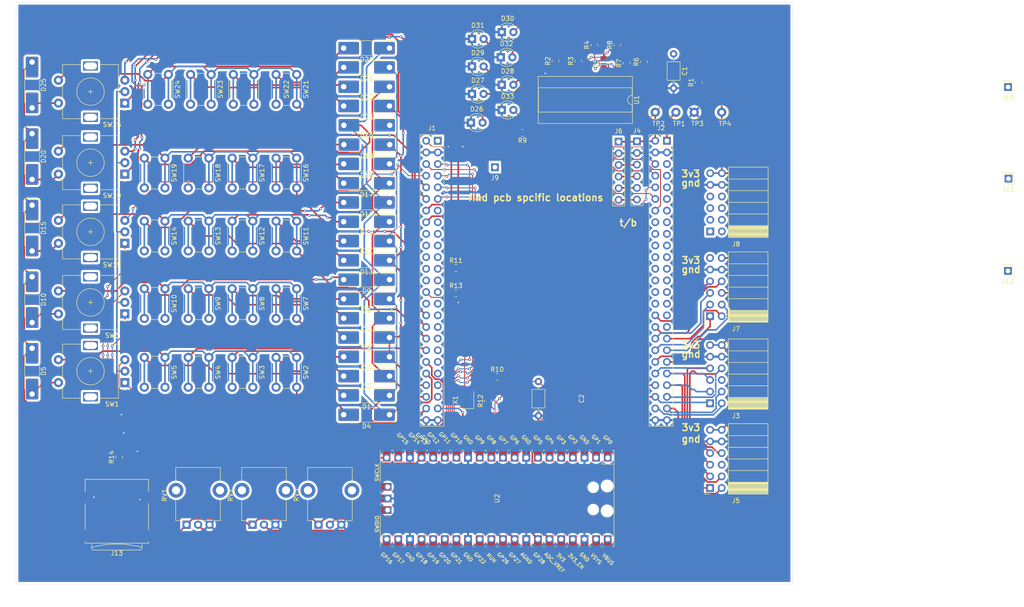
<source format=kicad_pcb>
(kicad_pcb (version 20240108) (generator "pcbnew") (generator_version "8.0")
  (layers (0 "F.Cu" signal) (31 "B.Cu" signal) (34 "B.Paste" user) (35 "F.Paste" user) (36 "B.SilkS" user "B.Silkscreen") (37 "F.SilkS" user "F.Silkscreen") (38 "B.Mask" user) (39 "F.Mask" user) (44 "Edge.Cuts" user))
  (net 0 "")
  (net 1 "GND")
  (net 2 "3v3")
  (net 3 "Net-(D1-A)")
  (net 4 "Net-(D2-A)")
  (net 5 "Net-(D3-A)")
  (net 6 "Net-(D4-A)")
  (net 7 "Net-(D5-A)")
  (net 8 "Net-(D6-A)")
  (net 9 "Net-(D7-A)")
  (net 10 "Net-(D8-A)")
  (net 11 "COL_4")
  (net 12 "Net-(D9-A)")
  (net 13 "Net-(D10-A)")
  (net 14 "Net-(D11-A)")
  (net 15 "Net-(D12-A)")
  (net 16 "Net-(D13-A)")
  (net 17 "Net-(D14-A)")
  (net 18 "COL_0")
  (net 19 "Net-(D15-A)")
  (net 20 "COL_1")
  (net 21 "Net-(D16-A)")
  (net 22 "COL_2")
  (net 23 "COL_3")
  (net 24 "Net-(D17-A)")
  (net 25 "Net-(D18-A)")
  (net 26 "Net-(D19-A)")
  (net 27 "Net-(D20-A)")
  (net 28 "Net-(D21-A)")
  (net 29 "Net-(D22-A)")
  (net 30 "Net-(D23-A)")
  (net 31 "Net-(D24-A)")
  (net 32 "Net-(D25-A)")
  (net 33 "Net-(D26-A)")
  (net 34 "Net-(D27-A)")
  (net 35 "Net-(D28-A)")
  (net 36 "Net-(D29-A)")
  (net 37 "Net-(D30-A)")
  (net 38 "Net-(D31-A)")
  (net 39 "Net-(D32-A)")
  (net 40 "Net-(D33-A)")
  (net 41 "TDI")
  (net 42 "TCK")
  (net 43 "TMS")
  (net 44 "TDO")
  (net 45 "fpga_rst")
  (net 46 "fpga_ram_sck")
  (net 47 "fpga_ram_data_in")
  (net 48 "fpga_ram_data_out")
  (net 49 "IO_B9")
  (net 50 "IO_C9")
  (net 51 "PMOD_3V3")
  (net 52 "IO_D10")
  (net 53 "IO_A9")
  (net 54 "IO_A10")
  (net 55 "IO_D11")
  (net 56 "IO_B10")
  (net 57 "spi1_tx")
  (net 58 "spi1_CSn")
  (net 59 "spi1_rx")
  (net 61 "spi1_sck")
  (net 63 "IO_D9")
  (net 64 "IO_B12")
  (net 65 "IO_C11")
  (net 66 "IO_C12")
  (net 67 "IO_D13")
  (net 68 "IO_F14")
  (net 69 "IO_B11")
  (net 70 "IO_A12")
  (net 71 "IO_E13")
  (net 72 "D0-")
  (net 73 "D1+")
  (net 74 "D2+")
  (net 75 "D2-")
  (net 76 "D1-")
  (net 77 "CLK+")
  (net 78 "CLK-")
  (net 79 "D0+")
  (net 80 "Net-(U1-QA)")
  (net 81 "Net-(U1-QB)")
  (net 82 "Net-(U1-QC)")
  (net 83 "Net-(U1-QD)")
  (net 84 "Net-(U1-QE)")
  (net 85 "Net-(U1-QF)")
  (net 86 "Net-(U1-QG)")
  (net 87 "Net-(U1-QH)")
  (net 88 "Net-(X1-EN)")
  (net 89 "Net-(X1-OUT)")
  (net 90 "IO_P4")
  (net 91 "IO_P3")
  (net 92 "adc0")
  (net 93 "adc1")
  (net 94 "adc2")
  (net 95 "ROT1B")
  (net 96 "ROT1A")
  (net 97 "ROW_4")
  (net 98 "ROW_3")
  (net 101 "ROW_2")
  (net 102 "ROW_1")
  (net 103 "ROW_0")
  (net 104 "IO_E17")
  (net 106 "IO_C18")
  (net 107 "IO_G17")
  (net 108 "IO_F17")
  (net 109 "IO_H16")
  (net 110 "usb_5v")
  (net 113 "ROT2B")
  (net 123 "ROT2A")
  (net 127 "ROT3A")
  (net 129 "ROT3B")
  (net 132 "ROT4B")
  (net 134 "ROT4A")
  (net 139 "IO_E18")
  (net 140 "IO_B16")
  (net 141 "IO_D14")
  (net 142 "IO_F15")
  (net 143 "IO_C17")
  (net 144 "IO_F18")
  (net 145 "IO_G15")
  (net 146 "IO_B14")
  (net 147 "IO_B17")
  (net 148 "IO_D18")
  (net 149 "IO_B15")
  (net 150 "IO_G16")
  (net 154 "uart1_tx")
  (net 159 "pico_fpga_0")
  (net 162 "uart1_rx")
  (net 164 "pico_fpga_2")
  (net 165 "pico_fpga_1")
  (net 176 "unconnected-(J5-Pin_6-Pad6)")
  (net 179 "ROT5B")
  (net 180 "ROT5A")
  (footprint "Diode_SMD:D_MELF-RM10_Universal_Handsoldering" (layer "F.Cu") (at 123 61.763156 180)
    (property "Reference" "D16")
    (property "Value" "D")
  )
  (footprint "Connector_PinSocket_2.54mm:PinSocket_2x06_P2.54mm_Horizontal" (layer "F.Cu") (at 197.96 95 180)
    (property "Reference" "J7")
    (property "Value" "i2s_pmod")
  )
  (footprint "Resistor_SMD:R_0805_2012Metric_Pad1.20x1.40mm_HandSolder" (layer "F.Cu") (at 142.5 84.5)
    (property "Reference" "R11")
    (property "Value" "0")
  )
  (footprint "Connector_PinSocket_2.54mm:PinSocket_2x25_P2.54mm_Vertical" (layer "F.Cu") (at 188.54 56.72)
    (property "Reference" "J2")
    (property "Value" "Conn_02x25_Odd_Even")
  )
  (footprint "Resistor_SMD:R_0805_2012Metric_Pad1.20x1.40mm_HandSolder" (layer "F.Cu") (at 179.73 39.81 90)
    (property "Reference" "R7")
    (property "Value" "220")
  )
  (footprint "Rotary_Encoder:RotaryEncoder_Alps_EC11E-Switch_Vertical_H20mm" (layer "F.Cu") (at 70.25 109.5 180)
    (property "Reference" "SW1")
    (property "Value" "RotaryEncoder_Switch")
  )
  (footprint "Diode_SMD:D_MELF-RM10_Universal_Handsoldering" (layer "F.Cu") (at 123 103.868416 180)
    (property "Reference" "D3")
    (property "Value" "D")
  )
  (footprint "Resistor_SMD:R_0805_2012Metric_Pad1.20x1.40mm_HandSolder" (layer "F.Cu") (at 151.5 108.25)
    (property "Reference" "R10")
    (property "Value" "0")
  )
  (footprint "Diode_SMD:D_MELF-RM10_Universal_Handsoldering" (layer "F.Cu") (at 123 99.65789 180)
    (property "Reference" "D8")
    (property "Value" "D")
  )
  (footprint "Connector_PinHeader_2.54mm:PinHeader_1x06_P2.54mm_Vertical" (layer "F.Cu") (at 182 56.84)
    (property "Reference" "J4")
    (property "Value" "JTAG")
  )
  (footprint "LED_THT:LED_D3.0mm_FlatTop" (layer "F.Cu") (at 152.5 50)
    (property "Reference" "D33")
    (property "Value" "LED")
  )
  (footprint "Button_Switch_THT:SW_PUSH_6mm" (layer "F.Cu") (at 98.166666 104 -90)
    (property "Reference" "SW3")
    (property "Value" "SW_Push_45deg")
  )
  (footprint "Resistor_SMD:R_0805_2012Metric_Pad1.20x1.40mm_HandSolder" (layer "F.Cu") (at 183.5 39.5 90)
    (property "Reference" "R6")
    (property "Value" "220")
  )
  (footprint "Diode_SMD:D_MELF-RM10_Universal_Handsoldering" (layer "F.Cu") (at 123 70.184208 180)
    (property "Reference" "D14")
    (property "Value" "D")
  )
  (footprint "Diode_SMD:D_MELF-RM10_Universal_Handsoldering" (layer "F.Cu") (at 50 75.7725 -90)
    (property "Reference" "D15")
    (property "Value" "D")
  )
  (footprint "Button_Switch_THT:SW_PUSH_6mm" (layer "F.Cu") (at 98.166666 89 -90)
    (property "Reference" "SW8")
    (property "Value" "SW_Push_45deg")
  )
  (footprint "MCU_RaspberryPi_and_Boards:RPi_Pico_SMD_TH" (layer "F.Cu") (at 151.5 134.775 -90)
    (property "Reference" "U2")
    (property "Value" "Pico")
  )
  (footprint "Resistor_SMD:R_0805_2012Metric_Pad1.20x1.40mm_HandSolder" (layer "F.Cu") (at 149.5 113.5 90)
    (property "Reference" "R12")
    (property "Value" "NP")
  )
  (footprint "Capacitor_THT:C_Axial_L3.8mm_D2.6mm_P7.50mm_Horizontal" (layer "F.Cu") (at 190 37.75 -90)
    (property "Reference" "C1")
    (property "Value" "0.01UF")
  )
  (footprint "Diode_SMD:D_MELF-RM10_Universal_Handsoldering" (layer "F.Cu") (at 123 78.60526 180)
    (property "Reference" "D11")
    (property "Value" "D")
  )
  (footprint "Resistor_SMD:R_0805_2012Metric_Pad1.20x1.40mm_HandSolder" (layer "F.Cu") (at 174.73 39.81 90)
    (property "Reference" "R5")
    (property "Value" "220")
  )
  (footprint "Potentiometer_THT:Potentiometer_Alpha_RD901F-40-00D_Single_Vertical_CircularHoles" (layer "F.Cu") (at 112.5 140.5 90)
    (property "Reference" "RV3")
    (property "Value" "R_Potentiometer_US")
  )
  (footprint "Diode_SMD:D_MELF-RM10_Universal_Handsoldering" (layer "F.Cu") (at 123 40.710526 180)
    (property "Reference" "D21")
    (property "Value" "D")
  )
  (footprint "Button_Switch_THT:SW_PUSH_6mm" (layer "F.Cu") (at 79 74.25 -90)
    (property "Reference" "SW14")
    (property "Value" "SW_Push_45deg")
  )
  (footprint "Resistor_SMD:R_0805_2012Metric_Pad1.20x1.40mm_HandSolder" (layer "F.Cu") (at 169.23 39.31 90)
    (property "Reference" "R3")
    (property "Value" "220")
  )
  (footprint "Diode_SMD:D_MELF-RM10_Universal_Handsoldering" (layer "F.Cu") (at 123 91.236838 180)
    (property "Reference" "D6")
    (property "Value" "D")
  )
  (footprint "Connector_PinSocket_2.54mm:PinSocket_2x06_P2.54mm_Horizontal" (layer "F.Cu") (at 198 76.5 180)
    (property "Reference" "J8")
    (property "Value" "dvi_pmod")
  )
  (footprint "Connector_PinHeader_2.54mm:PinHeader_1x06_P2.54mm_Vertical" (layer "F.Cu") (at 178 56.92)
    (property "Reference" "J6")
    (property "Value" "JTAG")
  )
  (footprint "Button_Switch_THT:SW_PUSH_6mm" (layer "F.Cu") (at 107.75 60.5 -90)
    (property "Reference" "SW16")
    (property "Value" "SW_Push_45deg")
  )
  (footprint "Button_Switch_THT:SW_PUSH_6mm" (layer "F.Cu") (at 88.583333 60.5 -90)
    (property "Reference" "SW18")
    (property "Value" "SW_Push_45deg")
  )
  (footprint "Package_DIP:DIP-16_W7.62mm_SMDSocket_SmallPads" (layer "F.Cu") (at 170.73 47.81 -90)
    (property "Reference" "U1")
    (property "Value" "74HC595")
  )
  (footprint "Diode_SMD:D_MELF-RM10_Universal_Handsoldering" (layer "F.Cu") (at 50 107 -90)
    (property "Reference" "D5")
    (property "Value" "D")
  )
  (footprint "Button_Switch_THT:SW_PUSH_6mm" (layer "F.Cu") (at 89.083333 42.25 -90)
    (property "Reference" "SW23")
    (property "Value" "SW_Push_45deg")
  )
  (footprint "Potentiometer_THT:Potentiometer_Alpha_RD901F-40-00D_Single_Vertical_CircularHoles" (layer "F.Cu") (at 83.72 140.5 90)
    (property "Reference" "RV1")
    (property "Value" "R_Potentiometer_US")
  )
  (footprint "Rotary_Encoder:RotaryEncoder_Alps_EC11E-Switch_Vertical_H20mm" (layer "F.Cu") (at 70.25 64 180)
    (property "Reference" "SW20")
    (property "Value" "RotaryEncoder_Switch")
  )
  (footprint "TestPoint:TestPoint_Loop_D1.80mm_Drill1.0mm_Beaded" (layer "F.Cu") (at 186 50.5)
    (property "Reference" "TP2")
    (property "Value" "3v3")
  )
  (footprint "Resistor_SMD:R_0805_2012Metric_Pad1.20x1.40mm_HandSolder" (layer "F.Cu") (at 157 55 180)
    (property "Reference" "R9")
    (property "Value" "220")
  )
  (footprint "Button_Switch_THT:SW_PUSH_6mm" (layer "F.Cu") (at 79.75 42.25 -90)
    (property "Reference" "SW24")
    (property "Value" "SW_Push_45deg")
  )
  (footprint "Diode_SMD:D_MELF-RM10_Universal_Handsoldering" (layer "F.Cu") (at 50 44.545 -90)
    (property "Reference" "D25")
    (property "Value" "D")
  )
  (footprint "LED_THT:LED_D3.0mm_FlatTop" (layer "F.Cu") (at 146 40.5)
    (property "Reference" "D29")
    (property "Value" "LED")
  )
  (footprint "Button_Switch_THT:SW_PUSH_6mm" (layer "F.Cu") (at 88.583333 104 -90)
    (property "Reference" "SW4")
    (property "Value" "SW_Push_45deg")
  )
  (footprint "Button_Switch_THT:SW_PUSH_6mm" (layer "F.Cu") (at 88.583333 74.25 -90)
    (property "Reference" "SW13")
    (property "Value" "SW_Push_45deg")
  )
  (footprint "LED_THT:LED_D3.0mm_FlatTop" (layer "F.Cu") (at 145.775 52.765)
    (property "Reference" "D26")
    (property "Value" "LED")
  )
  (footprint "Connector_PinHeader_2.54mm:PinHeader_1x01_P2.54mm_Vertical" (layer "F.Cu") (at 262.96 85.11 180)
    (property "Reference" "J12")
    (property "Value" "RAM SO")
  )
  (footprint "Diode_SMD:D_MELF-RM10_Universal_Handsoldering" (layer "F.Cu") (at 123.045 57.55263 180)
    (property "Reference" "D18")
    (property "Value" "D")
  )
  (footprint "Connector_PinHeader_2.54mm:PinHeader_1x01_P2.54mm_Vertical" (layer "F.Cu") (at 151 62.5 180)
    (property "Reference" "J9")
    (property "Value" "RST pogo")
  )
  (footprint "Diode_SMD:D_MELF-RM10_Universal_Handsoldering" (layer "F.Cu") (at 123 116.5 180)
    (property "Reference" "D4")
    (property "Value" "D")
  )
  (footprint "Button_Switch_THT:SW_PUSH_6mm" (layer "F.Cu") (at 98.416666 42.25 -90)
    (property "Reference" "SW22")
    (property "Value" "SW_Push_45deg")
  )
  (footprint "Button_Switch_THT:SW_PUSH_6mm" (layer "F.Cu") (at 107.75 42.25 -90)
    (property "Reference" "SW21")
    (property "Value" "SW_Push_45deg")
  )
  (footprint "Resistor_SMD:R_0805_2012Metric_Pad1.20x1.40mm_HandSolder" (layer "F.Cu") (at 172.73 35.81 90)
    (property "Reference" "R4")
    (property "Value" "220")
  )
  (footprint "Button_Switch_THT:SW_PUSH_6mm" (layer "F.Cu") (at 79 104 -90)
    (property "Reference" "SW5")
    (property "Value" "SW_Push_45deg")
  )
  (footprint "Resistor_SMD:R_0805_2012Metric_Pad1.20x1.40mm_HandSolder" (layer "F.Cu") (at 69 125.775 90)
    (property "Reference" "R14")
    (property "Value" "10k")
  )
  (footprint "Diode_SMD:D_MELF-RM10_Universal_Handsoldering" (layer "F.Cu") (at 123 95.447364 180)
    (property "Reference" "D7")
    (property "Value" "D")
  )
  (footprint "Rotary_Encoder:RotaryEncoder_Alps_EC11E-Switch_Vertical_H20mm" (layer "F.Cu") (at 70.25 94.5 180)
    (property "Reference" "SW6")
    (property "Value" "RotaryEncoder_Switch")
  )
  (footprint "Oscillator:Oscillator_SMD_Abracon_ASE-4Pin_3.2x2.5mm" (layer "F.Cu") (at 144.825 113.3 90)
    (property "Reference" "X1")
    (property "Value" "ASE-xxxMHz")
  )
  (footprint "Diode_SMD:D_MELF-RM10_Universal_Handsoldering" (layer "F.Cu") (at 123 112.289468 180)
    (property "Reference" "D1")
    (property "Value" "D")
  )
  (footprint "Resistor_SMD:R_0805_2012Metric_Pad1.20x1.40mm_HandSolder" (layer "F.Cu") (at 195.5 44 90)
    (property "Reference" "R1")
    (property "Value" "0")
  )
  (footprint "Diode_SMD:D_MELF-RM10_Universal_Handsoldering" (layer "F.Cu") (at 50 60.15875 -90)
    (property "Reference" "D20")
    (property "Value" "D")
  )
  (footprint "Diode_SMD:D_MELF-RM10_Universal_Handsoldering" (layer "F.Cu") (at 123 87.026312 180)
    (property "Reference" "D9")
    (property "Value" "D")
  )
  (footprint "TestPoint:TestPoint_Loop_D1.80mm_Drill1.0mm_Beaded" (layer "F.Cu") (at 194.5 50.5)
    (property "Reference" "TP3")
    (property "Value" "gnd")
  )
  (footprint "Button_Switch_THT:SW_PUSH_6mm" (layer "F.Cu") (at 107.75 104 -90)
    (property "Reference" "SW2")
    (property "Value" "SW_Push_45deg")
  )
  (footprint "Connector_PinHeader_2.54mm:PinHeader_1x01_P2.54mm_Vertical" (layer "F.Cu") (at 263 45 180)
    (property "Reference" "J10")
    (property "Value" "RAM SCK")
  )
  (footprint "Diode_SMD:D_MELF-RM10_Universal_Handsoldering" (layer "F.Cu") (at 123 108.078942 180)
    (property "Reference" "D2")
    (property "Value" "D")
  )
  (footprint "Diode_SMD:D_MELF-RM10_Universal_Handsoldering" (layer "F.Cu") (at 50 91.38625 -90)
    (property "Reference" "D10")
    (property "Value" "D")
  )
  (footprint "Diode_SMD:D_MELF-RM10_Universal_Handsoldering" (layer "F.Cu") (at 123 82.815786 180)
    (property "Reference" "D13")
    (property "Value" "D")
  )
  (footprint "Button_Switch_THT:SW_PUSH_6mm" (layer "F.Cu") (at 88.583333 89 -90)
    (property "Reference" "SW9")
    (property "Value" "SW_Push_45deg")
  )
  (footprint "Button_Switch_THT:SW_PUSH_6mm" (layer "F.Cu") (at 79 60.5 -90)
    (property "Reference" "SW19")
    (property "Value" "SW_Push_45deg")
  )
  (footprint "Diode_SMD:D_MELF-RM10_Universal_Handsoldering" (layer "F.Cu") (at 123 74.394734 180)
    (property "Reference" "D12")
    (property "Value" "D")
  )
  (footprint "Connector_PinSocket_2.54mm:PinSocket_2x06_P2.54mm_Horizontal" (layer "F.Cu") (at 197.96 114 180)
    (property "Reference" "J3")
    (property "Value" "oled_0_pmod")
  )
  (footprint "Capacitor_THT:C_Axial_L3.8mm_D2.6mm_P7.50mm_Horizontal" (layer "F.Cu") (at 160.5 109.25 -90)
    (property "Reference" "C2")
    (property "Value" "0.01UF")
  )
  (footprint "LED_THT:LED_D3.0mm_FlatTop" (layer "F.Cu") (at 152.5 33)
    (property "Reference" "D30")
    (property "Value" "LED")
  )
  (footprint "Button_Switch_THT:SW_PUSH_6mm" (layer "F.Cu") (at 107.75 74.25 -90)
    (property "Reference" "SW11")
    (property "Value" "SW_Push_45deg")
  )
  (footprint "Potentiometer_THT:Potentiometer_Alpha_RD901F-40-00D_Single_Vertical_CircularHoles" (layer "F.Cu") (at 98.11 140.5 90)
    (property "Reference" "RV2")
    (property "Value" "R_Potentiometer_US")
  )
  (footprint "Resistor_SMD:R_0805_2012Metric_Pad1.20x1.40mm_HandSolder" (layer "F.Cu") (at 164.23 39.31 90)
    (property "Reference" "R2")
    (property "Value" "220")
  )
  (footprint "LED_THT:LED_D3.0mm_FlatTop" (layer "F.Cu") (at 146 46.5)
    (property "Reference" "D27")
    (property "Value" "LED")
  )
  (footprint "Button_Switch_THT:SW_PUSH_6mm" (layer "F.Cu") (at 107.75 89 -90)
    (property "Reference" "SW7")
    (property "Value" "SW_Push_45deg")
  )
  (footprint "Button_Switch_THT:SW_PUSH_6mm" (layer "F.Cu") (at 98.166666 74.25 -90)
    (property "Reference" "SW12")
    (property "Value" "SW_Push_45deg")
  )
  (footprint "LED_THT:LED_D3.0mm_FlatTop" (layer "F.Cu") (at 152.5 44.5)
    (property "Reference" "D28")
    (property "Value" "LED")
  )
  (footprint "Button_Switch_THT:SW_PUSH_6mm" (layer "F.Cu") (at 79 89 -90)
    (property "Reference" "SW10")
    (property "Value" "SW_Push_45deg")
  )
  (footprint "Rotary_Encoder:RotaryEncoder_Alps_EC11E-Switch_Vertical_H20mm" (layer "F.Cu") (at 70.25 79.1 180)
    (property "Reference" "SW15")
    (property "Value" "RotaryEncoder_Switch")
  )
  (footprint "Diode_SMD:D_MELF-RM10_Universal_Handsoldering" (layer "F.Cu") (at 123 36.5 180)
    (property "Reference" "D24")
    (property "Value" "D")
  )
  (footprint "Connector_PinSocket_2.54mm:PinSocket_2x25_P2.54mm_Vertical" (layer "F.Cu") (at 138.54 56.72)
    (property "Reference" "J1")
    (property "Value" "Conn_02x25_Odd_Even")
  )
  (footprint "Resistor_SMD:R_0805_2012Metric_Pad1.20x1.40mm_HandSolder" (layer "F.Cu") (at 142.5 90)
    (property "Reference" "R13")
    (property "Value" "0")
  )
  (footprint "Button_Switch_THT:SW_PUSH_6mm" (layer "F.Cu") (at 98.166666 60.5 -90)
    (property "Reference" "SW17")
    (property "Value" "SW_Push_45deg")
  )
  (footprint "Connector_PinHeader_2.54mm:PinHeader_1x01_P2.54mm_Vertical" (layer "F.Cu") (at 263.085 64.985 180)
    (property "Reference" "J11")
    (property "Value" "RAM SI")
  )
  (footprint "Diode_SMD:D_MELF-RM10_Universal_Handsoldering" (layer "F.Cu") (at 123 49.131578 180)
    (property "Reference" "D23")
    (property "Value" "D")
  )
  (footprint "Diode_SMD:D_MELF-RM10_Universal_Handsoldering" (layer "F.Cu") (at 123 44.921052 180)
    (property "Reference" "D22")
    (property "Value" "D")
  )
  (footprint "TestPoint:TestPoint_Loop_D1.80mm_Drill1.0mm_Beaded" (layer "F.Cu") (at 200.5 50.5)
    (property "Reference" "TP4")
    (property "Value" "pmod_3v3")
  )
  (footprint "Diode_SMD:D_MELF-RM10_Universal_Handsoldering" (layer "F.Cu") (at 123 65.973682 180)
    (property "Reference" "D17")
    (property "Value" "D")
  )
  (footprint "Connector_Card:microSD_HC_Wuerth_693072010801" (layer "F.Cu") (at 68.5 138.725 180)
    (property "Reference" "J13")
    (property "Value" "Micro_SD_Card")
  )
  (footprint "LED_THT:LED_D3.0mm_FlatTop" (layer "F.Cu") (at 146 34.5)
    (property "Reference" "D31")
    (property "Value" "LED")
  )
  (footprint "Diode_SMD:D_MELF-RM10_Universal_Handsoldering" (layer "F.Cu") (at 123.045 53.342104 180)
    (property "Reference" "D19")
    (property "Value" "D")
  )
  (footprint "Connector_PinSocket_2.54mm:PinSocket_2x06_P2.54mm_Horizontal" (layer "F.Cu") (at 197.96 132.5 180)
    (property "Reference" "J5")
    (property "Value" "oled_1_pmod")
  )
  (footprint "LED_THT:LED_D3.0mm_FlatTop" (layer "F.Cu") (at 152.275 38.5)
    (property "Reference" "D32")
    (property "Value" "LED")
  )
  (footprint "Resistor_SMD:R_0805_2012Metric_Pad1.20x1.40mm_HandSolder" (layer "F.Cu") (at 177.73 35.81 90)
    (property "Reference" "R8")
    (property "Value" "220")
  )
  (footprint "Rotary_Encoder:RotaryEncoder_Alps_EC11E-Switch_Vertical_H20mm" (layer "F.Cu") (at 70.25 48.5 180)
    (property "Reference" "SW25")
    (property "Value" "RotaryEncoder_Switch")
  )
  (footprint "TestPoint:TestPoint_Loop_D1.80mm_Drill1.0mm_Beaded" (layer "F.Cu") (at 190.5 50.5)
    (property "Reference" "TP1")
    (property "Value" "5v")
  )
  (gr_rect (start 46.5 26.5) (end 216 153.5) (stroke (width 0.05)) (fill none) (layer "Edge.Cuts"))
  (gr_text "3v3\n" (at 191.54 64.8 0) (layer "F.SilkS") (effects (font (size 1.5 1.5) (thickness 0.3) (bold yes)) (justify left bottom)))
  (gr_text "t/b\n" (at 178 75.5 0) (layer "F.SilkS") (effects (font (size 1.5 1.5) (thickness 0.3) (bold yes)) (justify left bottom)))
  (gr_text "gnd" (at 191.585 85.675 0) (layer "F.SilkS") (effects (font (size 1.5 1.5) (thickness 0.3) (bold yes)) (justify left bottom)))
  (gr_text "3v3\n" (at 191.585 102.175 0) (layer "F.SilkS") (effects (font (size 1.5 1.5) (thickness 0.3) (bold yes)) (justify left bottom)))
  (gr_text "gnd" (at 191.585 104.175 0) (layer "F.SilkS") (effects (font (size 1.5 1.5) (thickness 0.3) (bold yes)) (justify left bottom)))
  (gr_text "3v3\n" (at 191.585 83.675 0) (layer "F.SilkS") (effects (font (size 1.5 1.5) (thickness 0.3) (bold yes)) (justify left bottom)))
  (gr_text "find pcb spcific locations" (at 145 70 0) (layer "F.SilkS") (effects (font (size 1.5 1.5) (thickness 0.3) (bold yes)) (justify left bottom)))
  (gr_text "3v3\n" (at 191.585 120.175 0) (layer "F.SilkS") (effects (font (size 1.5 1.5) (thickness 0.3) (bold yes)) (justify left bottom)))
  (gr_text "gnd" (at 191.585 122.675 0) (layer "F.SilkS") (effects (font (size 1.5 1.5) (thickness 0.3) (bold yes)) (justify left bottom)))
  (gr_text "gnd" (at 191.54 66.8 0) (layer "F.SilkS") (effects (font (size 1.5 1.5) (thickness 0.3) (bold yes)) (justify left bottom)))
  (segment (start 150 112.5) (end 154.25 116.75) (width 0.2) (layer "F.Cu") (net 1))
  (segment (start 181.92 59.46) (end 182 59.38) (width 0.35) (layer "F.Cu") (net 1))
  (segment (start 63.425 134.575) (end 63.5 134.5) (width 0.35) (layer "F.Cu") (net 1))
  (segment (start 61.625 134.575) (end 63.425 134.575) (width 0.35) (layer "F.Cu") (net 1))
  (segment (start 161.84 44) (end 161.84 42.16) (width 0.2) (layer "F.Cu") (net 1))
  (segment (start 61.625 142.875) (end 61.625 134.575) (width 0.35) (layer "F.Cu") (net 1))
  (segment (start 75.375 142.875) (end 75.375 134.575) (width 0.35) (layer "F.Cu") (net 1))
  (segment (start 143.5 91.5) (end 143 92) (width 0.2) (layer "F.Cu") (net 1))
  (segment (start 149.5 112.5) (end 145.9 112.5) (width 0.2) (layer "F.Cu") (net 1))
  (segment (start 149.5 112.5) (end 150 112.5) (width 0.2) (layer "F.Cu") (net 1))
  (segment (start 73.925 134.575) (end 73.5 135) (width 0.35) (layer "F.Cu") (net 1))
  (segment (start 161.84 42.16) (end 162 42) (width 0.2) (layer "F.Cu") (net 1))
  (segment (start 145.9 112.5) (end 145.65 112.25) (width 0.2) (layer "F.Cu") (net 1))
  (segment (start 143.5 90) (end 143.5 91.5) (width 0.2) (layer "F.Cu") (net 1))
  (segment (start 186 59.26) (end 188.54 59.26) (width 0.35) (layer "F.Cu") (net 1))
  (segment (start 66.2 140.275) (end 66.2 141.375) (width 0.35) (layer "F.Cu") (net 1))
  (segment (start 178 59.46) (end 181.92 59.46) (width 0.35) (layer "F.Cu") (net 1))
  (segment (start 75.375 134.575) (end 73.925 134.575) (width 0.35) (layer "F.Cu") (net 1))
  (segment (start 64.7 142.875) (end 61.625 142.875) (width 0.35) (layer "F.Cu") (net 1))
  (segment (start 154.25 116.75) (end 160.5 116.75) (width 0.2) (layer "F.Cu") (net 1))
  (segment (start 66.2 141.375) (end 64.7 142.875) (width 0.35) (layer "F.Cu") (net 1))
  (via (at 162 42) (size 0.6) (drill 0.3) (layers "F.Cu" "B.Cu") (net 1))
  (via (at 63.5 134.5) (size 0.6) (drill 0.3) (layers "F.Cu" "B.Cu") (net 1))
  (via (at 73.5 135) (size 0.6) (drill 0.3) (layers "F.Cu" "B.Cu") (net 1))
  (via (at 143 92) (size 0.6) (drill 0.3) (layers "F.Cu" "B.Cu") (net 1))
  (segment (start 198 66.34) (end 200.54 66.34) (width 0.35) (layer "B.Cu") (net 1))
  (segment (start 186 117.68) (end 186 117.5) (width 0.35) (layer "B.Cu") (net 1))
  (segment (start 197.96 103.84) (end 200.5 103.84) (width 0.35) (layer "B.Cu") (net 1))
  (segment (start 197.96 122.34) (end 200.5 122.34) (width 0.35) (layer "B.Cu") (net 1))
  (segment (start 111.225 139.225) (end 99.385 139.225) (width 0.35) (layer "F.Cu") (net 2))
  (segment (start 184.88 51.62) (end 186 50.5) (width 0.2) (layer "F.Cu") (net 2))
  (segment (start 162.93 143.665) (end 162.93 145.375) (width 0.35) (layer "F.Cu") (net 2))
  (segment (start 159.165 137.45) (end 159.165 118.015) (width 0.35) (layer "F.Cu") (net 2))
  (segment (start 97.225 140.5) (end 95.95 139.225) (width 0.35) (layer "F.Cu") (net 2))
  (segment (start 161.6 117.205635) (end 161.6 110.35) (width 0.2) (layer "F.Cu") (net 2))
  (segment (start 178 56.92) (end 181.92 56.92) (width 0.35) (layer "F.Cu") (net 2))
  (segment (start 152.25 106.5) (end 150.5 108.25) (width 0.2) (layer "F.Cu") (net 2))
  (segment (start 95.95 139.225) (end 84.995 139.225) (width 0.35) (layer "F.Cu") (net 2))
  (segment (start 140.825 58) (end 137.28 58) (width 0.2) (layer "F.Cu") (net 2))
  (segment (start 84.995 139.225) (end 83.72 140.5) (width 0.35) (layer "F.Cu") (net 2))
  (segment (start 185.88 56.84) (end 186 56.72) (width 0.35) (layer "F.Cu") (net 2))
  (segment (start 68.4 127.375) (end 68.4 140.275) (width 0.35) (layer "F.Cu") (net 2))
  (segment (start 160.5 109.25) (end 157.25 109.25) (width 0.2) (layer "F.Cu") (net 2))
  (segment (start 112.5 140.5) (end 114.325 138.675) (width 0.35) (layer "F.Cu") (net 2))
  (segment (start 114.325 138.675) (end 157.94 138.675) (width 0.35) (layer "F.Cu") (net 2))
  (segment (start 70.475 144.25) (end 68.4 142.175) (width 0.35) (layer "F.Cu") (net 2))
  (segment (start 137.28 58) (end 136 56.72) (width 0.2) (layer "F.Cu") (net 2))
  (segment (start 69 126.775) (end 68.4 127.375) (width 0.35) (layer "F.Cu") (net 2))
  (segment (start 154.5 107.5) (end 153.5 106.5) (width 0.2) (layer "F.Cu") (net 2))
  (segment (start 157.25 109.25) (end 155.5 107.5) (width 0.2) (layer "F.Cu") (net 2))
  (segment (start 150.5 64.5) (end 144 58) (width 0.2) (layer "F.Cu") (net 2))
  (segment (start 163 147.5) (end 173 147.5) (width 0.35) (layer "F.Cu") (net 2))
  (segment (start 173 147.5) (end 173 143.755) (width 0.35) (layer "F.Cu") (net 2))
  (segment (start 188.5 48) (end 190 48) (width 0.2) (layer "F.Cu") (net 2))
  (segment (start 70.725 126.775) (end 73 124.5) (width 0.35) (layer "F.Cu") (net 2))
  (segment (start 150.5 108.25) (end 150.5 64.5) (width 0.2) (layer "F.Cu") (net 2))
  (segment (start 161.6 110.35) (end 160.5 109.25) (width 0.2) (layer "F.Cu") (net 2))
  (segment (start 179.62 51.62) (end 184.88 51.62) (width 0.2) (layer "F.Cu") (net 2))
  (segment (start 155.5 107.5) (end 154.5 107.5) (width 0.2) (layer "F.Cu") (net 2))
  (segment (start 112.5 140.5) (end 111.225 139.225) (width 0.35) (layer "F.Cu") (net 2))
  (segment (start 98.11 140.5) (end 97.225 140.5) (width 0.35) (layer "F.Cu") (net 2))
  (segment (start 160.955635 117.85) (end 161.6 117.205635) (width 0.2) (layer "F.Cu") (net 2))
  (segment (start 195.5 45) (end 190 39.5) (width 0.2) (layer "F.Cu") (net 2))
  (segment (start 70 117) (end 69.5 116.5) (width 0.35) (layer "F.Cu") (net 2))
  (segment (start 159 117.85) (end 160.955635 117.85) (width 0.2) (layer "F.Cu") (net 2))
  (segment (start 70 120.5) (end 70 117) (width 0.35) (layer "F.Cu") (net 2))
  (segment (start 190 48) (end 193 45) (width 0.2) (layer "F.Cu") (net 2))
  (segment (start 83.72 140.5) (end 79.97 144.25) (width 0.35) (layer "F.Cu") (net 2))
  (segment (start 173 143.755) (end 173.09 143.665) (width 0.35) (layer "F.Cu") (net 2))
  (segment (start 163 145.445) (end 163 147.5) (width 0.35) (layer "F.Cu") (net 2))
  (segment (start 159.165 118.015) (end 159 117.85) (width 0.35) (layer "F.Cu") (net 2))
  (segment (start 68.4 142.175) (end 68.4 140.275) (width 0.35) (layer "F.Cu") (net 2))
  (segment (start 157.94 138.675) (end 159.165 137.45) (width 0.35) (layer "F.Cu") (net 2))
  (segment (start 152.9 116.1) (end 154.65 117.85) (width 0.2) (layer "F.Cu") (net 2))
  (segment (start 144 114.35) (end 145.75 116.1) (width 0.2) (layer "F.Cu") (net 2))
  (segment (start 181.92 56.92) (end 182 56.84) (width 0.35) (layer "F.Cu") (net 2))
  (segment (start 145.75 116.1) (end 152.9 116.1) (width 0.2) (layer "F.Cu") (net 2))
  (segment (start 79.97 144.25) (end 70.475 144.25) (width 0.35) (layer "F.Cu") (net 2))
  (segment (start 186 56.72) (end 186 50.5) (width 0.35) (layer "F.Cu") (net 2))
  (segment (start 186 50.5) (end 188.5 48) (width 0.2) (layer "F.Cu") (net 2))
  (segment (start 190 39.5) (end 190 37.75) (width 0.2) (layer "F.Cu") (net 2))
  (segment (start 99.385 139.225) (end 98.11 140.5) (width 0.35) (layer "F.Cu") (net 2))
  (segment (start 154.65 117.85) (end 159 117.85) (width 0.2) (layer "F.Cu") (net 2))
  (segment (start 182 56.84) (end 185.88 56.84) (width 0.35) (layer "F.Cu") (net 2))
  (segment (start 153.5 106.5) (end 152.25 106.5) (width 0.2) (layer "F.Cu") (net 2))
  (segment (start 69 126.775) (end 70.725 126.775) (width 0.35) (layer "F.Cu") (net 2))
  (segment (start 157.94 138.675) (end 162.93 143.665) (width 0.35) (layer "F.Cu") (net 2))
  (segment (start 162.93 145.375) (end 163 145.445) (width 0.35) (layer "F.Cu") (net 2))
  (segment (start 193 45) (end 195.5 45) (width 0.2) (layer "F.Cu") (net 2))
  (via (at 140.825 58) (size 0.6) (drill 0.3) (layers "F.Cu" "B.Cu") (net 2))
  (via (at 144 58) (size 0.6) (drill 0.3) (layers "F.Cu" "B.Cu") (net 2))
  (via (at 73 124.5) (size 0.6) (drill 0.3) (layers "F.Cu" "B.Cu") (net 2))
  (via (at 69.5 116.5) (size 0.6) (drill 0.3) (layers "F.Cu" "B.Cu") (net 2))
  (via (at 70 120.5) (size 0.6) (drill 0.3) (layers "F.Cu" "B.Cu") (net 2))
  (segment (start 68.5 46) (end 68.5 61.5) (width 0.35) (layer "B.Cu") (net 2))
  (segment (start 68.5 61.5) (end 70.25 61.5) (width 0.35) (layer "B.Cu") (net 2))
  (segment (start 68.5 107) (end 70.25 107) (width 0.35) (layer "B.Cu") (net 2))
  (segment (start 68.6 76.6) (end 70.25 76.6) (width 0.35) (layer "B.Cu") (net 2))
  (segment (start 72.5 123) (end 70 120.5) (width 0.35) (layer "B.Cu") (net 2))
  (segment (start 144 58) (end 140.825 58) (width 0.2) (layer "B.Cu") (net 2))
  (segment (start 68.5 92) (end 70.25 92) (width 0.35) (layer "B.Cu") (net 2))
  (segment (start 73 124.5) (end 72.5 124) (width 0.35) (layer "B.Cu") (net 2))
  (segment (start 69.5 116.5) (end 69.5 115.5) (width 0.35) (layer "B.Cu") (net 2))
  (segment (start 68.5 92) (end 68.5 106.5) (width 0.35) (layer "B.Cu") (net 2))
  (segment (start 68.5 106.5) (end 68.5 107) (width 0.35) (layer "B.Cu") (net 2))
  (segment (start 70.25 46) (end 68.5 46) (width 0.35) (layer "B.Cu") (net 2))
  (segment (start 68.5 76.5) (end 68.6 76.6) (width 0.35) (layer "B.Cu") (net 2))
  (segment (start 68.5 114.5) (end 68.5 106.5) (width 0.35) (layer "B.Cu") (net 2))
  (segment (start 68.5 61.5) (end 68.5 76.5) (width 0.35) (layer "B.Cu") (net 2))
  (segment (start 72.5 124) (end 72.5 123) (width 0.35) (layer "B.Cu") (net 2))
  (segment (start 68.6 76.6) (end 68.6 91.9) (width 0.35) (layer "B.Cu") (net 2))
  (segment (start 69.5 115.5) (end 68.5 114.5) (width 0.35) (layer "B.Cu") (net 2))
  (segment (start 68.6 91.9) (end 68.5 92) (width 0.35) (layer "B.Cu") (net 2))
  (segment (start 106.25 107) (end 112.710532 107) (width 0.35) (layer "F.Cu") (net 3))
  (segment (start 112.710532 107) (end 118 112.289468) (width 0.35) (layer "F.Cu") (net 3))
  (segment (start 103.25 104) (end 106.25 107) (width 0.35) (layer "F.Cu") (net 3))
  (segment (start 103.25 110.5) (end 103.25 104) (width 0.35) (layer "B.Cu") (net 3))
  (segment (start 93.666666 104) (end 95.041666 102.625) (width 0.35) (layer "F.Cu") (net 4))
  (segment (start 95.041666 102.625) (end 112.546058 102.625) (width 0.35) (layer "F.Cu") (net 4))
  (segment (start 112.546058 102.625) (end 118 108.078942) (width 0.35) (layer "F.Cu") (net 4))
  (segment (start 93.666666 110.5) (end 93.666666 104) (width 0.35) (layer "B.Cu") (net 4))
  (segment (start 86.008333 102.075) (end 112.773876 102.075) (width 0.35) (layer "F.Cu") (net 5))
  (segment (start 84.083333 104) (end 86.008333 102.075) (width 0.35) (layer "F.Cu") (net 5))
  (segment (start 112.773876 102.075) (end 114.567292 103.868416) (width 0.35) (layer "F.Cu") (net 5))
  (segment (start 114.567292 103.868416) (end 118 103.868416) (width 0.35) (layer "F.Cu") (net 5))
  (segment (start 84.083333 110.5) (end 84.083333 104) (width 0.35) (layer "B.Cu") (net 5))
  (segment (start 88.25 105.75) (end 90.05 107.55) (width 0.35) (layer "F.Cu") (net 6))
  (segment (start 74.5 104) (end 76.25 105.75) (width 0.35) (layer "F.Cu") (net 6))
  (segment (start 118 115.5) (end 118 116.5) (width 0.35) (layer "F.Cu") (net 6))
  (segment (start 110.05 107.55) (end 118 115.5) (width 0.35) (layer "F.Cu") (net 6))
  (segment (start 90.05 107.55) (end 110.05 107.55) (width 0.35) (layer "F.Cu") (net 6))
  (segment (start 76.25 105.75) (end 88.25 105.75) (width 0.35) (layer "F.Cu") (net 6))
  (segment (start 74.5 110.5) (end 74.5 104) (width 0.35) (layer "B.Cu") (net 6))
  (segment (start 52.5 109.5) (end 50 112) (width 0.35) (layer "F.Cu") (net 7))
  (segment (start 55.75 109.5) (end 52.5 109.5) (width 0.35) (layer "F.Cu") (net 7))
  (segment (start 105.486838 91.236838) (end 118 91.236838) (width 0.35) (layer "F.Cu") (net 8))
  (segment (start 103.25 89) (end 105.486838 91.236838) (width 0.35) (layer "F.Cu") (net 8))
  (segment (start 103.25 95.5) (end 103.25 89) (width 0.35) (layer "B.Cu") (net 8))
  (segment (start 104.786838 91.786838) (end 114.339474 91.786838) (width 0.35) (layer "F.Cu") (net 9))
  (segment (start 93.666666 89) (end 95.166666 90.5) (width 0.35) (layer "F.Cu") (net 9))
  (segment (start 95.166666 90.5) (end 103.5 90.5) (width 0.35) (layer "F.Cu") (net 9))
  (segment (start 103.5 90.5) (end 104.786838 91.786838) (width 0.35) (layer "F.Cu") (net 9))
  (segment (start 114.339474 91.786838) (end 118 95.447364) (width 0.35) (layer "F.Cu") (net 9))
  (segment (start 93.666666 95.5) (end 93.666666 89) (width 0.35) (layer "B.Cu") (net 9))
  (segment (start 111.5 93) (end 111.5 93.15789) (width 0.35) (layer "F.Cu") (net 10))
  (segment (start 84.083333 89) (end 85.458333 90.375) (width 0.35) (layer "F.Cu") (net 10))
  (segment (start 111 92.5) (end 111.5 93) (width 0.35) (layer "F.Cu") (net 10))
  (segment (start 92.125 90.375) (end 94.25 92.5) (width 0.35) (layer "F.Cu") (net 10))
  (segment (start 111.5 93.15789) (end 118 99.65789) (width 0.35) (layer "F.Cu") (net 10))
  (segment (start 85.458333 90.375) (end 92.125 90.375) (width 0.35) (layer "F.Cu") (net 10))
  (segment (start 94.25 92.5) (end 111 92.5) (width 0.35) (layer "F.Cu") (net 10))
  (segment (start 84.083333 95.5) (end 84.083333 89) (width 0.35) (layer "B.Cu") (net 10))
  (segment (start 136.132818 122) (end 135.892818 121.76) (width 0.35) (layer "F.Cu") (net 11))
  (segment (start 48.275 88.11125) (end 50 86.38625) (width 0.35) (layer "F.Cu") (net 11))
  (segment (start 48.275 84.66125) (end 48.275 72.4975) (width 0.35) (layer "F.Cu") (net 11))
  (segment (start 48.275 56.88375) (end 50 55.15875) (width 0.35) (layer "F.Cu") (net 11))
  (segment (start 48.275 53.43375) (end 48.275 41.27) (width 0.35) (layer "F.Cu") (net 11))
  (segment (start 50 102) (end 48.275 100.275) (width 0.35) (layer "F.Cu") (net 11))
  (segment (start 50 55.15875) (end 48.275 53.43375) (width 0.35) (layer "F.Cu") (net 11))
  (segment (start 144 116) (end 144 120.5) (width 0.35) (layer "F.Cu") (net 11))
  (segment (start 48.275 69.0475) (end 48.275 56.88375) (width 0.35) (layer "F.Cu") (net 11))
  (segment (start 71.237183 121.76) (end 70.997183 122) (width 0.35) (layer "F.Cu") (net 11))
  (segment (start 48.275 100.275) (end 48.275 88.11125) (width 0.35) (layer "F.Cu") (net 11))
  (segment (start 135.892818 121.76) (end 71.237183 121.76) (width 0.35) (layer "F.Cu") (net 11))
  (segment (start 48.275 41.27) (end 50 39.545) (width 0.35) (layer "F.Cu") (net 11))
  (segment (start 57.10919 122) (end 48.275 113.16581) (width 0.35) (layer "F.Cu") (net 11))
  (segment (start 48.275 113.16581) (end 48.275 103.725) (width 0.35) (layer "F.Cu") (net 11))
  (segment (start 70.997183 122) (end 57.10919 122) (width 0.35) (layer "F.Cu") (net 11))
  (segment (start 48.275 72.4975) (end 50 70.7725) (width 0.35) (layer "F.Cu") (net 11))
  (segment (start 48.275 103.725) (end 50 102) (width 0.35) (layer "F.Cu") (net 11))
  (segment (start 138.54 115.04) (end 138.54 115.14) (width 0.35) (layer "F.Cu") (net 11))
  (segment (start 144 120.5) (end 142.5 122) (width 0.35) (layer "F.Cu") (net 11))
  (segment (start 50 86.38625) (end 48.275 84.66125) (width 0.35) (layer "F.Cu") (net 11))
  (segment (start 50 70.7725) (end 48.275 69.0475) (width 0.35) (layer "F.Cu") (net 11))
  (segment (start 138.54 115.04) (end 138.5 115) (width 0.35) (layer "F.Cu") (net 11))
  (segment (start 142.5 122) (end 136.132818 122) (width 0.35) (layer "F.Cu") (net 11))
  (via (at 144 116) (size 0.6) (drill 0.3) (layers "F.Cu" "B.Cu") (net 11))
  (segment (start 143.14 115.14) (end 138.54 115.14) (width 0.35) (layer "B.Cu") (net 11))
  (segment (start 144 116) (end 143.14 115.14) (width 0.35) (layer "B.Cu") (net 11))
  (segment (start 75.875 90.375) (end 80.763789 90.375) (width 0.35) (layer "F.Cu") (net 12))
  (segment (start 115.5 86.5) (end 117.473688 86.5) (width 0.35) (layer "F.Cu") (net 12))
  (segment (start 84.138789 87) (end 112 87) (width 0.35) (layer "F.Cu") (net 12))
  (segment (start 74.5 89) (end 75.875 90.375) (width 0.35) (layer "F.Cu") (net 12))
  (segment (start 80.763789 90.375) (end 84.138789 87) (width 0.35) (layer "F.Cu") (net 12))
  (segment (start 117.473688 86.5) (end 118 87.026312) (width 0.35) (layer "F.Cu") (net 12))
  (via (at 115.5 86.5) (size 0.6) (drill 0.3) (layers "F.Cu" "B.Cu") (net 12))
  (via (at 112 87) (size 0.6) (drill 0.3) (layers "F.Cu" "B.Cu") (net 12))
  (segment (start 112 87) (end 115 87) (width 0.35) (layer "B.Cu") (net 12))
  (segment (start 74.5 95.5) (end 74.5 89) (width 0.35) (layer "B.Cu") (net 12))
  (segment (start 115 87) (end 115.5 86.5) (width 0.35) (layer "B.Cu") (net 12))
  (segment (start 55.75 94.5) (end 51.88625 94.5) (width 0.35) (layer "F.Cu") (net 13))
  (segment (start 51.88625 94.5) (end 50 96.38625) (width 0.35) (layer "F.Cu") (net 13))
  (segment (start 103.25 74.25) (end 107.60526 78.60526) (width 0.35) (layer "F.Cu") (net 14))
  (segment (start 107.60526 78.60526) (end 118 78.60526) (width 0.35) (layer "F.Cu") (net 14))
  (segment (start 103.25 74.25) (end 103.25 80.75) (width 0.35) (layer "B.Cu") (net 14))
  (segment (start 115.5 73.5) (end 116.394734 74.394734) (width 0.35) (layer "F.Cu") (net 15))
  (segment (start 114.5 73.5) (end 115.5 73.5) (width 0.35) (layer "F.Cu") (net 15))
  (segment (start 110.375 72.875) (end 110.5 73) (width 0.35) (layer "F.Cu") (net 15))
  (segment (start 93.666666 74.25) (end 95.041666 72.875) (width 0.35) (layer "F.Cu") (net 15))
  (segment (start 95.041666 72.875) (end 110.375 72.875) (width 0.35) (layer "F.Cu") (net 15))
  (segment (start 116.394734 74.394734) (end 118 74.394734) (width 0.35) (layer "F.Cu") (net 15))
  (via (at 110.5 73) (size 0.6) (drill 0.3) (layers "F.Cu" "B.Cu") (net 15))
  (via (at 114.5 73.5) (size 0.6) (drill 0.3) (layers "F.Cu" "B.Cu") (net 15))
  (segment (start 114 73) (end 114.5 73.5) (width 0.35) (layer "B.Cu") (net 15))
  (segment (start 93.666666 74.25) (end 93.666666 80.75) (width 0.35) (layer "B.Cu") (net 15))
  (segment (start 110.5 73) (end 114 73) (width 0.35) (layer "B.Cu") (net 15))
  (segment (start 93 77.5) (end 94.65526 79.15526) (width 0.35) (layer "F.Cu") (net 16))
  (segment (start 84.083333 74.25) (end 87.333333 77.5) (width 0.35) (layer "F.Cu") (net 16))
  (segment (start 87.333333 77.5) (end 93 77.5) (width 0.35) (layer "F.Cu") (net 16))
  (segment (start 114.339474 79.15526) (end 118 82.815786) (width 0.35) (layer "F.Cu") (net 16))
  (segment (start 94.65526 79.15526) (end 114.339474 79.15526) (width 0.35) (layer "F.Cu") (net 16))
  (segment (start 84.083333 74.25) (end 84.083333 80.75) (width 0.35) (layer "B.Cu") (net 16))
  (segment (start 80.763789 75.625) (end 84.388789 72) (width 0.35) (layer "F.Cu") (net 17))
  (segment (start 118 70.184208) (end 114.315792 70.184208) (width 0.35) (layer "F.Cu") (net 17))
  (segment (start 74.5 74.25) (end 75.875 75.625) (width 0.35) (layer "F.Cu") (net 17))
  (segment (start 114.315792 70.184208) (end 113 71.5) (width 0.35) (layer "F.Cu") (net 17))
  (segment (start 75.875 75.625) (end 80.763789 75.625) (width 0.35) (layer "F.Cu") (net 17))
  (segment (start 84.388789 72) (end 109.5 72) (width 0.35) (layer "F.Cu") (net 17))
  (via (at 109.5 72) (size 0.6) (drill 0.3) (layers "F.Cu" "B.Cu") (net 17))
  (via (at 113 71.5) (size 0.6) (drill 0.3) (layers "F.Cu" "B.Cu") (net 17))
  (segment (start 112.5 72) (end 113 71.5) (width 0.35) (layer "B.Cu") (net 17))
  (segment (start 74.5 74.25) (end 74.5 80.75) (width 0.35) (layer "B.Cu") (net 17))
  (segment (start 109.5 72) (end 112.5 72) (width 0.35) (layer "B.Cu") (net 17))
  (segment (start 127.119722 112.289468) (end 128 112.289468) (width 0.35) (layer "F.Cu") (net 18))
  (segment (start 124.63419 118.225) (end 124 117.59081) (width 0.35) (layer "F.Cu") (net 18))
  (segment (start 124 117.59081) (end 124 115.40919) (width 0.35) (layer "F.Cu") (net 18))
  (segment (start 124 115.40919) (end 127.119722 112.289468) (width 0.35) (layer "F.Cu") (net 18))
  (segment (start 136 115.14) (end 132.915 118.225) (width 0.35) (layer "F.Cu") (net 18))
  (segment (start 132.915 118.225) (end 124.63419 118.225) (width 0.35) (layer "F.Cu") (net 18))
  (segment (start 129.525 89.711838) (end 129.525 80.13026) (width 0.35) (layer "B.Cu") (net 18))
  (segment (start 128 77.285544) (end 129.525 75.760544) (width 0.35) (layer "B.Cu") (net 18))
  (segment (start 129.525 92.761838) (end 128 91.236838) (width 0.35) (layer "B.Cu") (net 18))
  (segment (start 128 78.60526) (end 128 77.285544) (width 0.35) (layer "B.Cu") (net 18))
  (segment (start 129.525 75.760544) (end 129.525 63.288156) (width 0.35) (layer "B.Cu") (net 18))
  (segment (start 129.525 110.764468) (end 129.525 92.761838) (width 0.35) (layer "B.Cu") (net 18))
  (segment (start 129.525 80.13026) (end 128 78.60526) (width 0.35) (layer "B.Cu") (net 18))
  (segment (start 129.57 60.193156) (end 129.57 42.280526) (width 0.35) (layer "B.Cu") (net 18))
  (segment (start 128 61.763156) (end 129.57 60.193156) (width 0.35) (layer "B.Cu") (net 18))
  (segment (start 129.525 63.288156) (end 128 61.763156) (width 0.35) (layer "B.Cu") (net 18))
  (segment (start 128 91.236838) (end 129.525 89.711838) (width 0.35) (layer "B.Cu") (net 18))
  (segment (start 128 112.289468) (end 129.525 110.764468) (width 0.35) (layer "B.Cu") (net 18))
  (segment (start 129.57 42.280526) (end 128 40.710526) (width 0.35) (layer "B.Cu") (net 18))
  (segment (start 54.0775 80.7725) (end 55.75 79.1) (width 0.35) (layer "F.Cu") (net 19))
  (segment (start 50 80.7725) (end 54.0775 80.7725) (width 0.35) (layer "F.Cu") (net 19))
  (segment (start 128 65.973682) (end 127.119716 65.973682) (width 0.35) (layer "F.Cu") (net 20))
  (segment (start 124.275 105.234226) (end 124.275 97.225) (width 0.35) (layer "F.Cu") (net 20))
  (segment (start 124.275 97.225) (end 126.052636 95.447364) (width 0.35) (layer "F.Cu") (net 20))
  (segment (start 132.521058 112.6) (end 136 112.6) (width 0.35) (layer "F.Cu") (net 20))
  (segment (start 127.119716 95.447364) (end 124.275 92.602648) (width 0.35) (layer "F.Cu") (net 20))
  (segment (start 127.119716 74.394734) (end 128 74.394734) (width 0.35) (layer "F.Cu") (net 20))
  (segment (start 127.119716 108.078942) (end 124.275 105.234226) (width 0.35) (layer "F.Cu") (net 20))
  (segment (start 128 95.447364) (end 127.119716 95.447364) (width 0.35) (layer "F.Cu") (net 20))
  (segment (start 128 95.447364) (end 128.552636 95.447364) (width 0.35) (layer "F.Cu") (net 20))
  (segment (start 128 108.078942) (end 127.119716 108.078942) (width 0.35) (layer "F.Cu") (net 20))
  (segment (start 127.119716 74.394734) (end 124.275 71.550018) (width 0.35) (layer "F.Cu") (net 20))
  (segment (start 124.275 71.550018) (end 124.275 68.818398) (width 0.35) (layer "F.Cu") (net 20))
  (segment (start 127.119716 44.921052) (end 128 44.921052) (width 0.35) (layer "F.Cu") (net 20))
  (segment (start 128 108.078942) (end 132.521058 112.6) (width 0.35) (layer "F.Cu") (net 20))
  (segment (start 128.552636 95.447364) (end 129 95) (width 0.35) (layer "F.Cu") (net 20))
  (segment (start 127.119716 65.973682) (end 124.275 63.128966) (width 0.35) (layer "F.Cu") (net 20))
  (segment (start 124.275 68.818398) (end 127.119716 65.973682) (width 0.35) (layer "F.Cu") (net 20))
  (segment (start 124.275 47.765768) (end 127.119716 44.921052) (width 0.35) (layer "F.Cu") (net 20))
  (segment (start 124.275 92.602648) (end 124.275 77.23945) (width 0.35) (layer "F.Cu") (net 20))
  (segment (start 126.052636 95.447364) (end 128 95.447364) (width 0.35) (layer "F.Cu") (net 20))
  (segment (start 124.275 63.128966) (end 124.275 47.765768) (width 0.35) (layer "F.Cu") (net 20))
  (segment (start 124.275 77.23945) (end 127.119716 74.394734) (width 0.35) (layer "F.Cu") (net 20))
  (segment (start 103.25 60.5) (end 104.625 61.875) (width 0.35) (layer "F.Cu") (net 21))
  (segment (start 117.888156 61.875) (end 118 61.763156) (width 0.35) (layer "F.Cu") (net 21))
  (segment (start 104.625 61.875) (end 117.888156 61.875) (width 0.35) (layer "F.Cu") (net 21))
  (segment (start 103.25 67) (end 103.25 60.5) (width 0.35) (layer "B.Cu") (net 21))
  (segment (start 128 82.815786) (end 128.684214 82.815786) (width 0.35) (layer "F.Cu") (net 22))
  (segment (start 128.045 57.55263) (end 130.5 60.00763) (width 0.35) (layer "F.Cu") (net 22))
  (segment (start 134.191584 110.06) (end 136 110.06) (width 0.35) (layer "F.Cu") (net 22))
  (segment (start 128 49.131578) (end 131 52.131578) (width 0.35) (layer "F.Cu") (net 22))
  (segment (start 131 52.131578) (end 131 55) (width 0.35) (layer "F.Cu") (net 22))
  (segment (start 128 103.868416) (end 134.191584 110.06) (width 0.35) (layer "F.Cu") (net 22))
  (segment (start 128.684214 82.815786) (end 130.5 81) (width 0.35) (layer "F.Cu") (net 22))
  (segment (start 130.5 60.00763) (end 130.5 75.5) (width 0.35) (layer "F.Cu") (net 22))
  (segment (start 128 99.65789) (end 128.15789 99.5) (width 0.35) (layer "F.Cu") (net 22))
  (segment (start 130.5 99) (end 130.5 96.5) (width 0.35) (layer "F.Cu") (net 22))
  (segment (start 128 103.868416) (end 128 99.65789) (width 0.35) (layer "F.Cu") (net 22))
  (segment (start 130.5 85.315786) (end 128 82.815786) (width 0.35) (layer "F.Cu") (net 22))
  (segment (start 128.15789 99.5) (end 130 99.5) (width 0.35) (layer "F.Cu") (net 22))
  (segment (start 130 99.5) (end 130.5 99) (width 0.35) (layer "F.Cu") (net 22))
  (segment (start 130.5 91.5) (end 130.5 85.315786) (width 0.35) (layer "F.Cu") (net 22))
  (segment (start 130.5 81) (end 130.5 80) (width 0.35) (layer "F.Cu") (net 22))
  (via (at 130.5 91.5) (size 0.6) (drill 0.3) (layers "F.Cu" "B.Cu") (net 22))
  (via (at 130.5 96.5) (size 0.6) (drill 0.3) (layers "F.Cu" "B.Cu") (net 22))
  (via (at 131 55) (size 0.6) (drill 0.3) (layers "F.Cu" "B.Cu") (net 22))
  (via (at 130.496185 60.003815) (size 0.6) (drill 0.3) (layers "F.Cu" "B.Cu") (net 22))
  (via (at 130.5 80) (size 0.6) (drill 0.3) (layers "F.Cu" "B.Cu") (net 22))
  (via (at 130.5 75.5) (size 0.6) (drill 0.3) (layers "F.Cu" "B.Cu") (net 22))
  (segment (start 128 99.65789) (end 128 100) (width 0.35) (layer "B.Cu") (net 22))
  (segment (start 131 55) (end 131 59.5) (width 0.35) (layer "B.Cu") (net 22))
  (segment (start 130.5 96.5) (end 130.5 91.5) (width 0.35) (layer "B.Cu") (net 22))
  (segment (start 131 59.5) (end 130.496185 60.003815) (width 0.35) (layer "B.Cu") (net 22))
  (segment (start 130.5 80) (end 130.5 75.5) (width 0.35) (layer "B.Cu") (net 22))
  (segment (start 128.5 116.5) (end 131.175 113.825) (width 0.35) (layer "F.Cu") (net 23))
  (segment (start 136.507412 113.825) (end 137.225 113.107412) (width 0.35) (layer "F.Cu") (net 23))
  (segment (start 128 116.5) (end 128 116) (width 0.35) (layer "F.Cu") (net 23))
  (segment (start 131.175 113.825) (end 136.507412 113.825) (width 0.35) (layer "F.Cu") (net 23))
  (segment (start 137.225 113.107412) (end 137.225 108.745) (width 0.35) (layer "F.Cu") (net 23))
  (segment (start 128 116.5) (end 128.5 116.5) (width 0.35) (layer "F.Cu") (net 23))
  (segment (start 137.225 108.745) (end 136 107.52) (width 0.35) (layer "F.Cu") (net 23))
  (segment (start 127.119716 36.5) (end 123 40.619716) (width 0.35) (layer "B.Cu") (net 23))
  (segment (start 122.5 82.406596) (end 127.119716 87.026312) (width 0.35) (layer "B.Cu") (net 23))
  (segment (start 122.5 91.646028) (end 127.119716 87.026312) (width 0.35) (layer "B.Cu") (net 23))
  (segment (start 128 116.5) (end 127.119722 116.5) (width 0.35) (layer "B.Cu") (net 23))
  (segment (start 118.887104 52.5) (end 118.045 53.342104) (width 0.35) (layer "B.Cu") (net 23))
  (segment (start 123 66.064492) (end 127.119716 70.184208) (width 0.35) (layer "B.Cu") (net 23))
  (segment (start 123 52) (end 122.5 52.5) (width 0.35) (layer "B.Cu") (net 23))
  (segment (start 127.119716 87.026312) (end 128 87.026312) (width 0.35) (layer "B.Cu") (net 23))
  (segment (start 123 57.41682) (end 123 66.064492) (width 0.35) (layer "B.Cu") (net 23))
  (segment (start 122.5 74.803924) (end 122.5 82.406596) (width 0.35) (layer "B.Cu") (net 23))
  (segment (start 118.925284 53.342104) (end 123 57.41682) (width 0.35) (layer "B.Cu") (net 23))
  (segment (start 122.5 111.880278) (end 122.5 91.646028) (width 0.35) (layer "B.Cu") (net 23))
  (segment (start 118.045 53.342104) (end 118.925284 53.342104) (width 0.35) (layer "B.Cu") (net 23))
  (segment (start 127.119722 116.5) (end 122.5 111.880278) (width 0.35) (layer "B.Cu") (net 23))
  (segment (start 128 116.5) (end 128.5 116.5) (width 0.35) (layer "B.Cu") (net 23))
  (segment (start 122.5 52.5) (end 118.887104 52.5) (width 0.35) (layer "B.Cu") (net 23))
  (segment (start 123 40.619716) (end 123 52) (width 0.35) (layer "B.Cu") (net 23))
  (segment (start 128 70.184208) (end 127.119716 70.184208) (width 0.35) (layer "B.Cu") (net 23))
  (segment (start 128 36.5) (end 127.119716 36.5) (width 0.35) (layer "B.Cu") (net 23))
  (segment (start 127.119716 70.184208) (end 122.5 74.803924) (width 0.35) (layer "B.Cu") (net 23))
  (segment (start 93.666666 60.5) (end 95.666666 62.5) (width 0.35) (layer "F.Cu") (net 24))
  (segment (start 114.526318 62.5) (end 118 65.973682) (width 0.35) (layer "F.Cu") (net 24))
  (segment (start 95.666666 62.5) (end 114.526318 62.5) (width 0.35) (layer "F.Cu") (net 24))
  (segment (start 93.666666 67) (end 93.666666 60.5) (width 0.35) (layer "B.Cu") (net 24))
  (segment (start 118.045 57.55263) (end 87.030703 57.55263) (width 0.35) (layer "F.Cu") (net 25))
  (segment (start 87.030703 57.55263) (end 84.083333 60.5) (width 0.35) (layer "F.Cu") (net 25))
  (segment (start 121.796699 53.342104) (end 123.675 55.220405) (width 0.35) (layer "F.Cu") (net 26))
  (segment (start 87.527877 59) (end 84.652877 61.875) (width 0.35) (layer "F.Cu") (net 26))
  (segment (start 118.045 53.342104) (end 121.796699 53.342104) (width 0.35) (layer "F.Cu") (net 26))
  (segment (start 123.675 57.01344) (end 121.41081 59.27763) (width 0.35) (layer "F.Cu") (net 26))
  (segment (start 75.875 61.875) (end 74.5 60.5) (width 0.35) (layer "F.Cu") (net 26))
  (segment (start 116.60156 59) (end 87.527877 59) (width 0.35) (layer "F.Cu") (net 26))
  (segment (start 121.41081 59.27763) (end 116.87919 59.27763) (width 0.35) (layer "F.Cu") (net 26))
  (segment (start 84.652877 61.875) (end 75.875 61.875) (width 0.35) (layer "F.Cu") (net 26))
  (segment (start 116.87919 59.27763) (end 116.60156 59) (width 0.35) (layer "F.Cu") (net 26))
  (segment (start 123.675 55.220405) (end 123.675 57.01344) (width 0.35) (layer "F.Cu") (net 26))
  (segment (start 74.5 60.5) (end 74.5 67) (width 0.35) (layer "B.Cu") (net 26))
  (segment (start 55.75 64) (end 54.59125 65.15875) (width 0.35) (layer "F.Cu") (net 27))
  (segment (start 54.59125 65.15875) (end 50 65.15875) (width 0.35) (layer "F.Cu") (net 27))
  (segment (start 114.5 44) (end 105 44) (width 0.35) (layer "F.Cu") (net 28))
  (segment (start 118 40.710526) (end 117.789474 40.710526) (width 0.35) (layer "F.Cu") (net 28))
  (segment (start 117.789474 40.710526) (end 114.5 44) (width 0.35) (layer "F.Cu") (net 28))
  (segment (start 103.25 42.25) (end 105 44) (width 0.35) (layer "F.Cu") (net 28))
  (segment (start 103.25 48.75) (end 103.25 42.25) (width 0.35) (layer "B.Cu") (net 28))
  (segment (start 93.916666 42.25) (end 96.216666 44.55) (width 0.35) (layer "F.Cu") (net 29))
  (segment (start 117.628948 44.55) (end 118 44.921052) (width 0.35) (layer "F.Cu") (net 29))
  (segment (start 96.216666 44.55) (end 117.628948 44.55) (width 0.35) (layer "F.Cu") (net 29))
  (segment (start 93.916666 48.75) (end 93.916666 42.25) (width 0.35) (layer "B.Cu") (net 29))
  (segment (start 91 45) (end 87.333333 45) (width 0.35) (layer "F.Cu") (net 30))
  (segment (start 118 49.131578) (end 113.968422 45.1) (width 0.35) (layer "F.Cu") (net 30))
  (segment (start 113.968422 45.1) (end 91.1 45.1) (width 0.35) (layer "F.Cu") (net 30))
  (segment (start 87.333333 45) (end 84.583333 42.25) (width 0.35) (layer "F.Cu") (net 30))
  (segment (start 91.1 45.1) (end 91 45) (width 0.35) (layer "F.Cu") (net 30))
  (segment (start 84.583333 42.25) (end 84.583333 48.75) (width 0.35) (layer "B.Cu") (net 30))
  (segment (start 77 40.5) (end 114 40.5) (width 0.35) (layer "F.Cu") (net 31))
  (segment (start 75.25 42.25) (end 77 40.5) (width 0.35) (layer "F.Cu") (net 31))
  (segment (start 114 40.5) (end 118 36.5) (width 0.35) (layer "F.Cu") (net 31))
  (segment (start 75.25 42.25) (end 75.25 48.75) (width 0.35) (layer "B.Cu") (net 31))
  (segment (start 55.75 48.5) (end 51.045 48.5) (width 0.35) (layer "F.Cu") (net 32))
  (segment (start 51.045 48.5) (end 50 49.545) (width 0.35) (layer "F.Cu") (net 32))
  (segment (start 160.73 40.613123) (end 159 42.343123) (width 0.35) (layer "F.Cu") (net 33))
  (segment (start 160.73 39.81) (end 160.73 40.613123) (width 0.35) (layer "F.Cu") (net 33))
  (segment (start 152 47.5) (end 148.315 51.185) (width 0.35) (layer "F.Cu") (net 33))
  (segment (start 159 42.343123) (end 159 46) (width 0.35) (layer "F.Cu") (net 33))
  (segment (start 148.315 51.185) (end 148.315 52.765) (width 0.35) (layer "F.Cu") (net 33))
  (segment (start 157.5 47.5) (end 152 47.5) (width 0.35) (layer "F.Cu") (net 33))
  (segment (start 159 46) (end 157.5 47.5) (width 0.35) (layer "F.Cu") (net 33))
  (segment (start 162.23 38.31) (end 160.73 39.81) (width 0.35) (layer "F.Cu") (net 33))
  (segment (start 164.23 38.31) (end 162.23 38.31) (width 0.35) (layer "F.Cu") (net 33))
  (segment (start 169.23 38.31) (end 169.23 35.61919) (width 0.35) (layer "F.Cu") (net 34))
  (segment (start 158.45 37.312182) (end 158.45 43) (width 0.35) (layer "F.Cu") (net 34))
  (segment (start 154.95 46.5) (end 148.54 46.5) (width 0.35) (layer "F.Cu") (net 34))
  (segment (start 167.44581 33.835) (end 161.927182 33.835) (width 0.35) (layer "F.Cu") (net 34))
  (segment (start 161.927182 33.835) (end 158.45 37.312182) (width 0.35) (layer "F.Cu") (net 34))
  (segment (start 169.23 35.61919) (end 167.44581 33.835) (width 0.35) (layer "F.Cu") (net 34))
  (segment (start 158.45 43) (end 154.95 46.5) (width 0.35) (layer "F.Cu") (net 34))
  (segment (start 156.5 43.5) (end 156.04 43.5) (width 0.35) (layer "F.Cu") (net 35))
  (segment (start 157.5 42.5) (end 156.5 43.5) (width 0.35) (layer "F.Cu") (net 35))
  (segment (start 160.755 33.285) (end 157.5 36.54) (width 0.35) (layer "F.Cu") (net 35))
  (segment (start 172.73 34.81) (end 171.205 33.285) (width 0.35) (layer "F.Cu") (net 35))
  (segment (start 157.5 36.54) (end 157.5 42.5) (width 0.35) (layer "F.Cu") (net 35))
  (segment (start 156.04 43.5) (end 155.04 44.5) (width 0.35) (layer "F.Cu") (net 35))
  (segment (start 171.205 33.285) (end 160.755 33.285) (width 0.35) (layer "F.Cu") (net 35))
  (segment (start 156.5 36.5) (end 156.5 40.5) (width 0.35) (layer "F.Cu") (net 36))
  (segment (start 172.34581 32.735) (end 173.44581 33.835) (width 0.35) (layer "F.Cu") (net 36))
  (segment (start 160.265 32.735) (end 156.5 36.5) (width 0.35) (layer "F.Cu") (net 36))
  (segment (start 156.5 40.5) (end 155.5 41.5) (width 0.35) (layer "F.Cu") (net 36))
  (segment (start 174.73 35.11919) (end 172.34581 32.735) (width 0.35) (layer "F.Cu") (net 36))
  (segment (start 149.54 41.5) (end 148.54 40.5) (width 0.35) (layer "F.Cu") (net 36))
  (segment (start 172.34581 32.735) (end 160.265 32.735) (width 0.35) (layer "F.Cu") (net 36))
  (segment (start 174.73 38.81) (end 174.73 35.11919) (width 0.35) (layer "F.Cu") (net 36))
  (segment (start 155.5 41.5) (end 149.54 41.5) (width 0.35) (layer "F.Cu") (net 36))
  (segment (start 176.06 30.46) (end 157.58 30.46) (width 0.2) (layer "F.Cu") (net 37))
  (segment (start 184.5 39) (end 184 38.5) (width 0.2) (layer "F.Cu") (net 37))
  (segment (start 183.5 37.9) (end 176.06 30.46) (width 0.2) (layer "F.Cu") (net 37))
  (segment (start 157.58 30.46) (end 155.04 33) (width 0.2) (layer "F.Cu") (net 37))
  (segment (start 183.5 38.5) (end 183.5 37.9) (width 0.2) (layer "F.Cu") (net 37))
  (segment (start 160.509366 30.935) (end 155.944366 35.5) (width 0.35) (layer "F.Cu") (net 38))
  (segment (start 155.944366 35.5) (end 149.5 35.5) (width 0.35) (layer "F.Cu") (net 38))
  (segment (start 175.54581 30.935) (end 160.509366 30.935) (width 0.35) (layer "F.Cu") (net 38))
  (segment (start 179.73 38.81) (end 179.73 35.11919) (width 0.35) (layer "F.Cu") (net 38))
  (segment (start 179.73 35.11919) (end 175.54581 30.935) (width 0.35) (layer "F.Cu") (net 38))
  (segment (start 149.5 35.5) (end 149.5 35.46) (width 0.35) (layer "F.Cu") (net 38))
  (segment (start 149.5 35.46) (end 148.54 34.5) (width 0.35) (layer "F.Cu") (net 38))
  (segment (start 177.73 34.81) (end 174.405 31.485) (width 0.35) (layer "F.Cu") (net 39))
  (segment (start 154.815 37.407183) (end 154.815 38.5) (width 0.35) (layer "F.Cu") (net 39))
  (segment (start 160.737183 31.485) (end 154.815 37.407183) (width 0.35) (layer "F.Cu") (net 39))
  (segment (start 174.405 31.485) (end 160.737183 31.485) (width 0.35) (layer "F.Cu") (net 39))
  (segment (start 156 50.96) (end 155.04 50) (width 0.2) (layer "F.Cu") (net 40))
  (segment (start 156 55) (end 156 50.96) (width 0.2) (layer "F.Cu") (net 40))
  (segment (start 182 67) (end 178.08 67) (width 0.35) (layer "F.Cu") (net 41))
  (segment (start 178.08 67) (end 178 67.08) (width 0.35) (layer "F.Cu") (net 41))
  (segment (start 181.92 62) (end 182 61.92) (width 0.35) (layer "F.Cu") (net 42))
  (segment (start 178 62) (end 181.92 62) (width 0.35) (layer "F.Cu") (net 42))
  (segment (start 178 69.62) (end 181.92 69.62) (width 0.35) (layer "F.Cu") (net 43))
  (segment (start 181.92 69.62) (end 182 69.54) (width 0.35) (layer "F.Cu") (net 43))
  (segment (start 181.92 64.54) (end 182 64.46) (width 0.35) (layer "F.Cu") (net 44))
  (segment (start 178 64.54) (end 181.92 64.54) (width 0.35) (layer "F.Cu") (net 44))
  (segment (start 189.162183 116.54) (end 198.647818 116.54) (width 0.35) (layer "B.Cu") (net 49))
  (segment (start 186 115.14) (end 186.64 115.14) (width 0.35) (layer "B.Cu") (net 49))
  (segment (start 198.647818 116.54) (end 200.5 114.687818) (width 0.35) (layer "B.Cu") (net 49))
  (segment (start 186.64 115.14) (end 187.865 116.365) (width 0.35) (layer "B.Cu") (net 49))
  (segment (start 200.5 114.687818) (end 200.5 114) (width 0.35) (layer "B.Cu") (net 49))
  (segment (start 187.865 116.365) (end 188.987182 116.365) (width 0.35) (layer "B.Cu") (net 49))
  (segment (start 188.987182 116.365) (end 189.162183 116.54) (width 0.35) (layer "B.Cu") (net 49))
  (segment (start 190.94 110.06) (end 188.54 110.06) (width 0.35) (layer "F.Cu") (net 50))
  (segment (start 191 110) (end 190.94 110.06) (width 0.35) (layer "F.Cu") (net 50))
  (segment (start 191.9 123.9) (end 191.9 110.4) (width 0.35) (layer "F.Cu") (net 50))
  (segment (start 197.96 129.96) (end 191.9 123.9) (width 0.35) (layer "F.Cu") (net 50))
  (segment (start 191.9 110.4) (end 191.5 110) (width 0.35) (layer "F.Cu") (net 50))
  (segment (start 191.5 110) (end 191 110) (width 0.35) (layer "F.Cu") (net 50))
  (segment (start 188.54 110.06) (end 193.06 110.06) (width 0.35) (layer "B.Cu") (net 50))
  (segment (start 194.96 111.46) (end 197.96 111.46) (width 0.35) (layer "B.Cu") (net 50))
  (segment (start 194.5 111) (end 194.96 111.46) (width 0.35) (layer "B.Cu") (net 50))
  (segment (start 193.06 110.06) (end 194 111) (width 0.35) (layer "B.Cu") (net 50))
  (segment (start 194 111) (end 194.5 111) (width 0.35) (layer "B.Cu") (net 50))
  (segment (start 203 98.8) (end 200.5 101.3) (width 0.35) (layer "F.Cu") (net 51))
  (segment (start 200.5 82.3) (end 201.8 82.3) (width 0.35) (layer "F.Cu") (net 51))
  (segment (start 202.5 81) (end 202.5 81.6) (width 0.35) (layer "F.Cu") (net 51))
  (segment (start 200.5 119.8) (end 202.5 117.8) (width 0.35) (layer "F.Cu") (net 51))
  (segment (start 200.54 63.8) (end 202.3 63.8) (width 0.35) (layer "F.Cu") (net 51))
  (segment (start 200.5 50.5) (end 200.5 48) (width 0.35) (layer "F.Cu") (net 51))
  (segment (start 202.5 81.6) (end 201.8 82.3) (width 0.35) (layer "F.Cu") (net 51))
  (segment (start 200.5 50.5) (end 200.5 63.76) (width 0.35) (layer "F.Cu") (net 51))
  (segment (start 201.8 82.3) (end 203 83.5) (width 0.35) (layer "F.Cu") (net 51))
  (segment (start 202.5 117.8) (end 202.5 103.3) (width 0.35) (layer "F.Cu") (net 51))
  (segment (start 203 64.5) (end 203 80.5) (width 0.35) (layer "F.Cu") (net 51))
  (segment (start 200.5 48) (end 195.5 43) (width 0.35) (layer "F.Cu") (net 51))
  (segment (start 203 80.5) (end 202.5 81) (width 0.35) (layer "F.Cu") (net 51))
  (segment (start 202.5 103.3) (end 200.5 101.3) (width 0.35) (layer "F.Cu") (net 51))
  (segment (start 203 83.5) (end 203 98.8) (width 0.35) (layer "F.Cu") (net 51))
  (segment (start 202.3 63.8) (end 203 64.5) (width 0.35) (layer "F.Cu") (net 51))
  (segment (start 200.5 63.76) (end 200.54 63.8) (width 0.35) (layer "F.Cu") (net 51))
  (segment (start 197.96 101.3) (end 200.5 101.3) (width 0.35) (layer "B.Cu") (net 51))
  (segment (start 197.96 119.8) (end 200.5 119.8) (width 0.35) (layer "B.Cu") (net 51))
  (segment (start 198 63.8) (end 200.54 63.8) (width 0.35) (layer "B.Cu") (net 51))
  (segment (start 193 106.5) (end 193.12 106.38) (width 0.35) (layer "F.Cu") (net 52))
  (segment (start 193.12 106.38) (end 197.96 106.38) (width 0.35) (layer "F.Cu") (net 52))
  (segment (start 193 119.92) (end 193 106.5) (width 0.35) (layer "F.Cu") (net 52))
  (segment (start 197.96 124.88) (end 193 119.92) (width 0.35) (layer "F.Cu") (net 52))
  (segment (start 197.875 106.295) (end 197.96 106.38) (width 0.35) (layer "B.Cu") (net 52))
  (segment (start 187.225 106.295) (end 197.875 106.295) (width 0.35) (layer "B.Cu") (net 52))
  (segment (start 186 107.52) (end 187.225 106.295) (width 0.35) (layer "B.Cu") (net 52))
  (segment (start 191 124.732412) (end 191 116) (width 0.35) (layer "F.Cu") (net 53))
  (segment (start 199.275 131.185) (end 197.452588 131.185) (width 0.35) (layer "F.Cu") (net 53))
  (segment (start 191 116) (end 190.14 115.14) (width 0.35) (layer "F.Cu") (net 53))
  (segment (start 190.14 115.14) (end 188.54 115.14) (width 0.35) (layer "F.Cu") (net 53))
  (segment (start 200.5 129.96) (end 199.275 131.185) (width 0.35) (layer "F.Cu") (net 53))
  (segment (start 197.452588 131.185) (end 191 124.732412) (width 0.35) (layer "F.Cu") (net 53))
  (segment (start 199.275 115.135) (end 199.275 112.685) (width 0.35) (layer "B.Cu") (net 53))
  (segment (start 189.39 115.99) (end 198.42 115.99) (width 0.35) (layer "B.Cu") (net 53))
  (segment (start 199.275 112.685) (end 200.5 111.46) (width 0.35) (layer "B.Cu") (net 53))
  (segment (start 188.54 115.14) (end 189.39 115.99) (width 0.35) (layer "B.Cu") (net 53))
  (segment (start 198.42 115.99) (end 199.275 115.135) (width 0.35) (layer "B.Cu") (net 53))
  (segment (start 195.105 107.605) (end 199.275 107.605) (width 0.35) (layer "F.Cu") (net 54))
  (segment (start 200.5 124.88) (end 199.692412 124.88) (width 0.35) (layer "F.Cu") (net 54))
  (segment (start 193.55 107.45) (end 194 107) (width 0.35) (layer "F.Cu") (net 54))
  (segment (start 198.377412 123.565) (end 197.422818 123.565) (width 0.35) (layer "F.Cu") (net 54))
  (segment (start 193.55 119.692182) (end 193.55 107.45) (width 0.35) (layer "F.Cu") (net 54))
  (segment (start 197.422818 123.565) (end 193.55 119.692182) (width 0.35) (layer "F.Cu") (net 54))
  (segment (start 199.275 107.605) (end 200.5 106.38) (width 0.35) (layer "F.Cu") (net 54))
  (segment (start 194 107) (end 194.5 107) (width 0.35) (layer "F.Cu") (net 54))
  (segment (start 194.5 107) (end 195.105 107.605) (width 0.35) (layer "F.Cu") (net 54))
  (segment (start 199.692412 124.88) (end 198.377412 123.565) (width 0.35) (layer "F.Cu") (net 54))
  (segment (start 199.185 111.967412) (end 199.185 107.695) (width 0.35) (layer "B.Cu") (net 54))
  (segment (start 188.625 112.685) (end 198.467412 112.685) (width 0.35) (layer "B.Cu") (net 54))
  (segment (start 198.467412 112.685) (end 199.185 111.967412) (width 0.35) (layer "B.Cu") (net 54))
  (segment (start 199.185 107.695) (end 200.5 106.38) (width 0.35) (layer "B.Cu") (net 54))
  (segment (start 188.54 112.6) (end 188.625 112.685) (width 0.35) (layer "B.Cu") (net 54))
  (segment (start 197.96 127.42) (end 192.45 121.91) (width 0.35) (layer "F.Cu") (net 55))
  (segment (start 191.97 107.52) (end 188.54 107.52) (width 0.35) (layer "F.Cu") (net 55))
  (segment (start 192.45 121.91) (end 192.45 108) (width 0.35) (layer "F.Cu") (net 55))
  (segment (start 192.45 108) (end 191.97 107.52) (width 0.35) (layer "F.Cu") (net 55))
  (segment (start 196.56 107.52) (end 197.96 108.92) (width 0.35) (layer "B.Cu") (net 55))
  (segment (start 188.54 107.52) (end 196.56 107.52) (width 0.35) (layer "B.Cu") (net 55))
  (segment (start 184.05 124.55) (end 184.05 112.95) (width 0.35) (layer "F.Cu") (net 56))
  (segment (start 184.5 112.5) (end 184.6 112.6) (width 0.35) (layer "F.Cu") (net 56))
  (segment (start 192 132.5) (end 184.05 124.55) (width 0.35) (layer "F.Cu") (net 56))
  (segment (start 184.05 112.95) (end 184.5 112.5) (width 0.35) (layer "F.Cu") (net 56))
  (segment (start 184.6 112.6) (end 186 112.6) (width 0.35) (layer "F.Cu") (net 56))
  (segment (start 197.96 132.5) (end 192 132.5) (width 0.35) (layer "F.Cu") (net 56))
  (segment (start 197.785 113.825) (end 197.96 114) (width 0.35) (layer "B.Cu") (net 56))
  (segment (start 187.225 113.825) (end 197.785 113.825) (width 0.35) (layer "B.Cu") (net 56))
  (segment (start 186 112.6) (end 187.225 113.825) (width 0.35) (layer "B.Cu") (net 56))
  (segment (start 70 138.675) (end 69.5 139.175) (width 0.35) (layer "F.Cu") (net 57))
  (segment (start 70 129.775) (end 70 138.675) (width 0.35) (layer "F.Cu") (net 57))
  (segment (start 73.89 125.885) (end 70 129.775) (width 0.35) (layer "F.Cu") (net 57))
  (segment (start 127.37 125.885) (end 73.89 125.885) (width 0.35) (layer "F.Cu") (net 57))
  (segment (start 69.5 139.175) (end 69.5 140.275) (width 0.35) (layer "F.Cu") (net 57))
  (segment (start 70.6 133.675) (end 70.6 140.275) (width 0.35) (layer "F.Cu") (net 58))
  (segment (start 77.165 127.11) (end 70.6 133.675) (width 0.35) (layer "F.Cu") (net 58))
  (segment (start 133.765 127.11) (end 77.165 127.11) (width 0.35) (layer "F.Cu") (net 58))
  (segment (start 134.99 125.885) (end 133.765 127.11) (width 0.35) (layer "F.Cu") (net 58))
  (segment (start 137.53 124.175) (end 135.665 122.31) (width 0.35) (layer "F.Cu") (net 59))
  (segment (start 65.1 127.975) (end 65.1 140.275) (width 0.35) (layer "F.Cu") (net 59))
  (segment (start 68.3 124.775) (end 65.1 127.975) (width 0.35) (layer "F.Cu") (net 59))
  (segment (start 71.465 122.31) (end 69 124.775) (width 0.35) (layer "F.Cu") (net 59))
  (segment (start 69 124.775) (end 68.3 124.775) (width 0.35) (layer "F.Cu") (net 59))
  (segment (start 135.665 122.31) (end 71.465 122.31) (width 0.35) (layer "F.Cu") (net 59))
  (segment (start 70.43419 125.8) (end 68.28419 125.8) (width 0.35) (layer "F.Cu") (net 61))
  (segment (start 68.28419 125.8) (end 67.3 126.78419) (width 0.35) (layer "F.Cu") (net 61))
  (segment (start 129.91 124.175) (end 128.595 122.86) (width 0.35) (layer "F.Cu") (net 61))
  (segment (start 128.595 122.86) (end 73.37419 122.86) (width 0.35) (layer "F.Cu") (net 61))
  (segment (start 67.3 126.78419) (end 67.3 140.275) (width 0.35) (layer "F.Cu") (net 61))
  (segment (start 73.37419 122.86) (end 70.43419 125.8) (width 0.35) (layer "F.Cu") (net 61))
  (segment (start 184.06 110.06) (end 184 110) (width 0.35) (layer "F.Cu") (net 63))
  (segment (start 183.5 127.5) (end 189.725 133.725) (width 0.35) (layer "F.Cu") (net 63))
  (segment (start 186 110.06) (end 184.06 110.06) (width 0.35) (layer "F.Cu") (net 63))
  (segment (start 183.5 110.5) (end 183.5 127.5) (width 0.35) (layer "F.Cu") (net 63))
  (segment (start 184 110) (end 183.5 110.5) (width 0.35) (layer "F.Cu") (net 63))
  (segment (start 189.725 133.725) (end 199.275 133.725) (width 0.35) (layer "F.Cu") (net 63))
  (segment (start 199.275 133.725) (end 200.5 132.5) (width 0.35) (layer "F.Cu") (net 63))
  (segment (start 186 110.06) (end 186 110) (width 0.35) (layer "B.Cu") (net 63))
  (segment (start 192.5 102.5) (end 192.91 102.5) (width 0.35) (layer "B.Cu") (net 64))
  (segment (start 199.232412 98) (end 201.725 95.507412) (width 0.35) (layer "B.Cu") (net 64))
  (segment (start 188.54 102.44) (end 192.44 102.44) (width 0.35) (layer "B.Cu") (net 64))
  (segment (start 197.41 98) (end 199.232412 98) (width 0.35) (layer "B.Cu") (net 64))
  (segment (start 192.91 102.5) (end 197.41 98) (width 0.35) (layer "B.Cu") (net 64))
  (segment (start 192.44 102.44) (end 192.5 102.5) (width 0.35) (layer "B.Cu") (net 64))
  (segment (start 201.725 95.507412) (end 201.725 93.685) (width 0.35) (layer "B.Cu") (net 64))
  (segment (start 201.725 93.685) (end 200.5 92.46) (width 0.35) (layer "B.Cu") (net 64))
  (segment (start 199 100) (end 202.45 96.55) (width 0.35) (layer "F.Cu") (net 65))
  (segment (start 188.54 104.98) (end 193.52 104.98) (width 0.35) (layer "F.Cu") (net 65))
  (segment (start 202.45 90.45) (end 201.92 89.92) (width 0.35) (layer "F.Cu") (net 65))
  (segment (start 195.5 102.027588) (end 195.5 100) (width 0.35) (layer "F.Cu") (net 65))
  (segment (start 193.52 104.98) (end 194.5 104) (width 0.35) (layer "F.Cu") (net 65))
  (segment (start 194.5 104) (end 194.5 103.027588) (width 0.35) (layer "F.Cu") (net 65))
  (segment (start 202.45 96.55) (end 202.45 90.45) (width 0.35) (layer "F.Cu") (net 65))
  (segment (start 194.5 103.027588) (end 195.5 102.027588) (width 0.35) (layer "F.Cu") (net 65))
  (segment (start 195.5 100) (end 199 100) (width 0.35) (layer "F.Cu") (net 65))
  (segment (start 201.92 89.92) (end 200.5 89.92) (width 0.35) (layer "F.Cu") (net 65))
  (segment (start 192.825 98.675) (end 187.315 98.675) (width 0.35) (layer "F.Cu") (net 66))
  (segment (start 194.5 91.647588) (end 194.5 95) (width 0.35) (layer "F.Cu") (net 66))
  (segment (start 200.5 87.38) (end 199.275 88.605) (width 0.35) (layer "F.Cu") (net 66))
  (segment (start 193.365 96.135) (end 193.365 98.135) (width 0.35) (layer "F.Cu") (net 66))
  (segment (start 187.315 98.675) (end 186 97.36) (width 0.35) (layer "F.Cu") (net 66))
  (segment (start 197.542588 88.605) (end 194.5 91.647588) (width 0.35) (layer "F.Cu") (net 66))
  (segment (start 193.365 98.135) (end 192.825 98.675) (width 0.35) (layer "F.Cu") (net 66))
  (segment (start 194.5 95) (end 193.365 96.135) (width 0.35) (layer "F.Cu") (net 66))
  (segment (start 199.275 88.605) (end 197.542588 88.605) (width 0.35) (layer "F.Cu") (net 66))
  (segment (start 186 94.82) (end 187.225 96.045) (width 0.35) (layer "F.Cu") (net 67))
  (segment (start 189.955 96.045) (end 190 96) (width 0.35) (layer "F.Cu") (net 67))
  (segment (start 192.5 92.84) (end 197.96 87.38) (width 0.35) (layer "F.Cu") (net 67))
  (segment (start 190 96) (end 192 96) (width 0.35) (layer "F.Cu") (net 67))
  (segment (start 187.225 96.045) (end 189.955 96.045) (width 0.35) (layer "F.Cu") (net 67))
  (segment (start 192.5 95.5) (end 192.5 92.84) (width 0.35) (layer "F.Cu") (net 67))
  (segment (start 192 96) (end 192.5 95.5) (width 0.35) (layer "F.Cu") (net 67))
  (segment (start 200.5 95) (end 199.275 93.775) (width 0.35) (layer "F.Cu") (net 68))
  (segment (start 196.5 94.01) (end 196.5 97) (width 0.35) (layer "F.Cu") (net 68))
  (segment (start 196.5 97) (end 193.6 99.9) (width 0.35) (layer "F.Cu") (net 68))
  (segment (start 199.275 93.775) (end 196.735 93.775) (width 0.35) (layer "F.Cu") (net 68))
  (segment (start 193.6 99.9) (end 188.54 99.9) (width 0.35) (layer "F.Cu") (net 68))
  (segment (start 196.735 93.775) (end 196.5 94.01) (width 0.35) (layer "F.Cu") (net 68))
  (segment (start 197.96 97.217817) (end 197.96 95) (width 0.35) (layer "F.Cu") (net 69))
  (segment (start 193.95 103.05) (end 193.95 100.772183) (width 0.35) (layer "F.Cu") (net 69))
  (segment (start 187.225 103.755) (end 193.245 103.755) (width 0.35) (layer "F.Cu") (net 69))
  (segment (start 193.245 103.755) (end 193.95 103.05) (width 0.35) (layer "F.Cu") (net 69))
  (segment (start 186 104.98) (end 187.225 103.755) (width 0.35) (layer "F.Cu") (net 69))
  (segment (start 195.727817 99.45) (end 197.96 97.217817) (width 0.35) (layer "F.Cu") (net 69))
  (segment (start 193.95 100.772183) (end 195.272183 99.45) (width 0.35) (layer "F.Cu") (net 69))
  (segment (start 195.272183 99.45) (end 195.727817 99.45) (width 0.35) (layer "F.Cu") (net 69))
  (segment (start 196.5 97.5) (end 192.785 101.215) (width 0.35) (layer "B.Cu") (net 70))
  (segment (start 196.5 93.92) (end 196.5 97.5) (width 0.35) (layer "B.Cu") (net 70))
  (segment (start 197.96 92.46) (end 196.5 93.92) (width 0.35) (layer "B.Cu") (net 70))
  (segment (start 192.785 101.215) (end 187.225 101.215) (width 0.35) (layer "B.Cu") (net 70))
  (segment (start 187.225 101.215) (end 186 102.44) (width 0.35) (layer "B.Cu") (net 70))
  (segment (start 186 99.9) (end 187.225 98.675) (width 0.35) (layer "B.Cu") (net 71))
  (segment (start 187.225 98.675) (end 193.825 98.675) (width 0.35) (layer "B.Cu") (net 71))
  (segment (start 195.95 96.55) (end 195.95 91.93) (width 0.35) (layer "B.Cu") (net 71))
  (segment (start 193.825 98.675) (end 195.95 96.55) (width 0.35) (layer "B.Cu") (net 71))
  (segment (start 195.95 91.93) (end 197.96 89.92) (width 0.35) (layer "B.Cu") (net 71))
  (segment (start 165.43 40.31) (end 168.02 42.9) (width 0.2) (layer "F.Cu") (net 80))
  (segment (start 168.02 42.9) (end 168.02 46.02) (width 0.2) (layer "F.Cu") (net 80))
  (segment (start 164.23 40.31) (end 165.43 40.31) (width 0.2) (layer "F.Cu") (net 80))
  (segment (start 169 47) (end 172.46 47) (width 0.2) (layer "F.Cu") (net 80))
  (segment (start 168.02 46.02) (end 169 47) (width 0.2) (layer "F.Cu") (net 80))
  (segment (start 172.46 47) (end 177.08 51.62) (width 0.2) (layer "F.Cu") (net 80))
  (segment (start 173 41) (end 172.31 40.31) (width 0.2) (layer "F.Cu") (net 81))
  (segment (start 172.31 40.31) (end 169.23 40.31) (width 0.2) (layer "F.Cu") (net 81))
  (segment (start 179.62 44) (end 179.62 43.12) (width 0.2) (layer "F.Cu") (net 81))
  (segment (start 179.62 43.12) (end 176.5 40) (width 0.2) (layer "F.Cu") (net 81))
  (via (at 173 41) (size 0.6) (drill 0.3) (layers "F.Cu" "B.Cu") (net 81))
  (via (at 176.5 40) (size 0.6) (drill 0.3) (layers "F.Cu" "B.Cu") (net 81))
  (segment (start 174 40) (end 173 41) (width 0.2) (layer "B.Cu") (net 81))
  (segment (start 176.5 40) (end 174 40) (width 0.2) (layer "B.Cu") (net 81))
  (segment (start 175.79 41.71) (end 175.79 40.285256) (width 0.2) (layer "F.Cu") (net 82))
  (segment (start 175.414744 39.91) (end 173.91 39.91) (width 0.2) (layer "F.Cu") (net 82))
  (segment (start 177.08 43) (end 175.79 41.71) (width 0.2) (layer "F.Cu") (net 82))
  (segment (start 175.79 40.285256) (end 175.414744 39.91) (width 0.2) (layer "F.Cu") (net 82))
  (segment (start 173.91 39.91) (end 172.73 38.73) (width 0.2) (layer "F.Cu") (net 82))
  (segment (start 172.73 38.73) (end 172.73 36.81) (width 0.2) (layer "F.Cu") (net 82))
  (segment (start 177.08 44) (end 177.08 43) (width 0.2) (layer "F.Cu") (net 82))
  (segment (start 174.73 40.81) (end 174.73 43.81) (width 0.35) (layer "F.Cu") (net 83))
  (segment (start 174 46) (end 182 46) (width 0.2) (layer "F.Cu") (net 84))
  (segment (start 182 46) (end 183.5 44.5) (width 0.2) (layer "F.Cu") (net 84))
  (segment (start 172 44) (end 174 46) (width 0.2) (layer "F.Cu") (net 84))
  (segment (start 183.5 44.5) (end 183.5 40.5) (width 0.2) (layer "F.Cu") (net 84))
  (segment (start 171.86 46.4) (end 182.165686 46.4) (width 0.2) (layer "F.Cu") (net 85))
  (segment (start 184.5 44.065686) (end 184.5 39.915256) (width 0.2) (layer "F.Cu") (net 85))
  (segment (start 169.46 44.04) (end 169 44.5) (width 0.2) (layer "F.Cu") (net 85))
  (segment (start 184.184744 39.6) (end 180.94 39.6) (width 0.2) (layer "F.Cu") (net 85))
  (segment (start 169.46 44) (end 169.46 44.04) (width 0.2) (layer "F.Cu") (net 85))
  (segment (start 180.94 39.6) (end 179.73 40.81) (width 0.2) (layer "F.Cu") (net 85))
  (segment (start 184.5 39.915256) (end 184.184744 39.6) (width 0.2) (layer "F.Cu") (net 85))
  (segment (start 169.46 44) (end 171.86 46.4) (width 0.2) (layer "F.Cu") (net 85))
  (segment (start 182.165686 46.4) (end 184.5 44.065686) (width 0.2) (layer "F.Cu") (net 85))
  (segment (start 163.23 39.725256) (end 163.672413 39.282843) (width 0.2) (layer "F.Cu") (net 86))
  (segment (start 163.23 40.894744) (end 163.23 39.725256) (width 0.2) (layer "F.Cu") (net 86))
  (segment (start 171.217157 39.282843) (end 172 38.5) (width 0.2) (layer "F.Cu") (net 86))
  (segment (start 163.545256 41.21) (end 163.23 40.894744) (width 0.2) (layer "F.Cu") (net 86))
  (segment (start 176.19 36.81) (end 177.73 36.81) (width 0.2) (layer "F.Cu") (net 86))
  (segment (start 164.13 41.21) (end 163.545256 41.21) (width 0.2) (layer "F.Cu") (net 86))
  (segment (start 166.92 44) (end 164.13 41.21) (width 0.2) (layer "F.Cu") (net 86))
  (segment (start 166.92 44) (end 167 44) (width 0.2) (layer "F.Cu") (net 86))
  (segment (start 175.5 37.5) (end 176.19 36.81) (width 0.2) (layer "F.Cu") (net 86))
  (segment (start 163.672413 39.282843) (end 171.217157 39.282843) (width 0.2) (layer "F.Cu") (net 86))
  (via (at 172 38.5) (size 0.6) (drill 0.3) (layers "F.Cu" "B.Cu") (net 86))
  (via (at 175.5 37.5) (size 0.6) (drill 0.3) (layers "F.Cu" "B.Cu") (net 86))
  (segment (start 174.5 38.5) (end 175.5 37.5) (width 0.2) (layer "B.Cu") (net 86))
  (segment (start 172 38.5) (end 174.5 38.5) (width 0.2) (layer "B.Cu") (net 86))
  (segment (start 164.38 44) (end 158 50.38) (width 0.2) (layer "F.Cu") (net 87))
  (segment (start 158 50.38) (end 158 55) (width 0.2) (layer "F.Cu") (net 87))
  (segment (start 149.35 114.35) (end 149.5 114.5) (width 0.2) (layer "F.Cu") (net 88))
  (segment (start 145.65 114.35) (end 149.35 114.35) (width 0.2) (layer "F.Cu") (net 88))
  (segment (start 152 113) (end 152.5 112.5) (width 0.2) (layer "F.Cu") (net 88))
  (segment (start 149.5 114.5) (end 150 114.5) (width 0.2) (layer "F.Cu") (net 88))
  (segment (start 152.5 112.5) (end 152.5 108.25) (width 0.2) (layer "F.Cu") (net 88))
  (segment (start 150 114.5) (end 151 115.5) (width 0.2) (layer "F.Cu") (net 88))
  (via (at 152 113) (size 0.6) (drill 0.3) (layers "F.Cu" "B.Cu") (net 88))
  (via (at 151 115.5) (size 0.6) (drill 0.3) (layers "F.Cu" "B.Cu") (net 88))
  (segment (start 151 115.5) (end 151 114) (width 0.2) (layer "B.Cu") (net 88))
  (segment (start 151 114) (end 152 113) (width 0.2) (layer "B.Cu") (net 88))
  (segment (start 144 112.25) (end 144.4 111.85) (width 0.2) (layer "F.Cu") (net 89))
  (segment (start 144.4 85.4) (end 143.5 84.5) (width 0.2) (layer "F.Cu") (net 89))
  (segment (start 144.4 111.85) (end 144.4 85.4) (width 0.2) (layer "F.Cu") (net 89))
  (segment (start 141.5 84.5) (end 138.7 84.5) (width 0.2) (layer "F.Cu") (net 90))
  (segment (start 138.7 84.5) (end 138.54 84.66) (width 0.2) (layer "F.Cu") (net 90))
  (segment (start 140.61 90.89) (end 141.5 90) (width 0.2) (layer "F.Cu") (net 91))
  (segment (start 137.15 90.89) (end 140.61 90.89) (width 0.2) (layer "F.Cu") (net 91))
  (segment (start 136 89.74) (end 137.15 90.89) (width 0.2) (layer "F.Cu") (net 91))
  (segment (start 150 140.825) (end 150 140.895) (width 0.35) (layer "F.Cu") (net 92))
  (segment (start 121.227818 140.825) (end 150 140.825) (width 0.35) (layer "F.Cu") (net 92))
  (segment (start 119.727818 142.325) (end 121.227818 140.825) (width 0.35) (layer "F.Cu") (net 92))
  (segment (start 150 140.895) (end 152.77 143.665) (width 0.35) (layer "F.Cu") (net 92))
  (segment (start 86.22 140.5) (end 88.045 142.325) (width 0.35) (layer "F.Cu") (net 92))
  (segment (start 88.045 142.325) (end 119.727818 142.325) (width 0.35) (layer "F.Cu") (net 92))
  (segment (start 119.5 141.775) (end 121 140.275) (width 0.35) (layer "F.Cu") (net 93))
  (segment (start 101.885 141.775) (end 119.5 141.775) (width 0.35) (layer "F.Cu") (net 93))
  (segment (start 151.92 140.275) (end 155.31 143.665) (width 0.35) (layer "F.Cu") (net 93))
  (segment (start 121 140.275) (end 151.92 140.275) (width 0.35) (layer "F.Cu") (net 93))
  (segment (start 100.61 140.5) (end 101.885 141.775) (width 0.35) (layer "F.Cu") (net 93))
  (segment (start 120.5 139.275) (end 120.45 139.225) (width 0.35) (layer "F.Cu") (net 94))
  (segment (start 160.39 143.665) (end 156 139.275) (width 0.35) (layer "F.Cu") (net 94))
  (segment (start 116.275 139.225) (end 115 140.5) (width 0.35) (layer "F.Cu") (net 94))
  (segment (start 120.45 139.225) (end 116.275 139.225) (width 0.35) (layer "F.Cu") (net 94))
  (segment (start 156 139.275) (end 120.5 139.275) (width 0.35) (layer "F.Cu") (net 94))
  (segment (start 140.34 64.34) (end 138.54 64.34) (width 0.2) (layer "F.Cu") (net 95))
  (segment (start 140.9 118.690686) (end 140.9 108.6) (width 0.2) (layer "F.Cu") (net 95))
  (segment (start 70.25 104.5) (end 68.95 105.8) (width 0.2) (layer "F.Cu") (net 95))
  (segment (start 68.95 110.8) (end 78.025 119.875) (width 0.2) (layer "F.Cu") (net 95))
  (segment (start 140.5 64.5) (end 140.34 64.34) (width 0.2) (layer "F.Cu") (net 95))
  (segment (start 145.5 106.5) (end 146.1 105.9) (width 0.2) (layer "F.Cu") (net 95))
  (segment (start 146.1 105.9) (end 146.1 64) (width 0.2) (layer "F.Cu") (net 95))
  (segment (start 140.9 108.6) (end 143 106.5) (width 0.2) (layer "F.Cu") (net 95))
  (segment (start 78.025 119.875) (end 139.715686 119.875) (width 0.2) (layer "F.Cu") (net 95))
  (segment (start 139.715686 119.875) (end 140.9 118.690686) (width 0.2) (layer "F.Cu") (net 95))
  (segment (start 68.95 105.8) (end 68.95 110.8) (width 0.2) (layer "F.Cu") (net 95))
  (via (at 140.5 64.5) (size 0.6) (drill 0.3) (layers "F.Cu" "B.Cu") (net 95))
  (via (at 146.1 64) (size 0.6) (drill 0.3) (layers "F.Cu" "B.Cu") (net 95))
  (via (at 145.5 106.5) (size 0.6) (drill 0.3) (layers "F.Cu" "B.Cu") (net 95))
  (via (at 143 106.5) (size 0.6) (drill 0.3) (layers "F.Cu" "B.Cu") (net 95))
  (segment (start 143 106.5) (end 145.5 106.5) (width 0.2) (layer "B.Cu") (net 95))
  (segment (start 141 64) (end 140.5 64.5) (width 0.2) (layer "B.Cu") (net 95))
  (segment (start 146.1 64) (end 141 64) (width 0.2) (layer "B.Cu") (net 95))
  (segment (start 138.54 61.8) (end 140.3 61.8) (width 0.2) (layer "F.Cu") (net 96))
  (segment (start 140.5 110.5) (end 140.5 107.5) (width 0.2) (layer "F.Cu") (net 96))
  (segment (start 139.55 119.475) (end 140.5 118.525) (width 0.2) (layer "F.Cu") (net 96))
  (segment (start 70.25 109.5) (end 80.225 119.475) (width 0.2) (layer "F.Cu") (net 96))
  (segment (start 140.3 61.8) (end 140.5 62) (width 0.2) (layer "F.Cu") (net 96))
  (segment (start 140.5 118.525) (end 140.5 110.5) (width 0.2) (layer "F.Cu") (net 96))
  (segment (start 145.5 62.5) (end 145 62) (width 0.2) (layer "F.Cu") (net 96))
  (segment (start 80.225 119.475) (end 139.55 119.475) (width 0.2) (layer "F.Cu") (net 96))
  (segment (start 140.5 107.5) (end 143.5 104.5) (width 0.2) (layer "F.Cu") (net 96))
  (segment (start 145.5 104.5) (end 145.5 62.5) (width 0.2) (layer "F.Cu") (net 96))
  (via (at 145 62) (size 0.6) (drill 0.3) (layers "F.Cu" "B.Cu") (net 96))
  (via (at 145.5 104.5) (size 0.6) (drill 0.3) (layers "F.Cu" "B.Cu") (net 96))
  (via (at 140.5 62) (size 0.6) (drill 0.3) (layers "F.Cu" "B.Cu") (net 96))
  (via (at 143.5 104.5) (size 0.6) (drill 0.3) (layers "F.Cu" "B.Cu") (net 96))
  (segment (start 143.5 104.5) (end 145.5 104.5) (width 0.2) (layer "B.Cu") (net 96))
  (segment (start 145 62) (end 140.5 62) (width 0.2) (layer "B.Cu") (net 96))
  (segment (start 132 58.61682) (end 132 62.5) (width 0.35) (layer "F.Cu") (net 97))
  (segment (start 57.125 42.125) (end 73.180456 42.125) (width 0.35) (layer "F.Cu") (net 97))
  (segment (start 133 63.5) (end 133 91.82) (width 0.35) (layer "F.Cu") (net 97))
  (segment (start 132 62.5) (end 133 63.5) (width 0.35) (layer "F.Cu") (net 97))
  (segment (start 114.5 55.5) (end 123 55.5) (width 0.35) (layer "F.Cu") (net 97))
  (segment (start 107.75 48.75) (end 114.5 55.5) (width 0.35) (layer "F.Cu") (net 97))
  (segment (start 78.375 43.625) (end 79.75 42.25) (width 0.35) (layer "F.Cu") (net 97))
  (segment (start 73.180456 42.125) (end 74.680456 43.625) (width 0.35) (layer "F.Cu") (net 97))
  (segment (start 128.88318 55.5) (end 132 58.61682) (width 0.35) (layer "F.Cu") (net 97))
  (segment (start 133 91.82) (end 136 94.82) (width 0.35) (layer "F.Cu") (net 97))
  (segment (start 128 55.5) (end 128.88318 55.5) (width 0.35) (layer "F.Cu") (net 97))
  (segment (start 74.680456 43.625) (end 78.375 43.625) (width 0.35) (layer "F.Cu") (net 97))
  (segment (start 55.75 43.5) (end 57.125 42.125) (width 0.35) (layer "F.Cu") (net 97))
  (via (at 123 55.5) (size 0.6) (drill 0.3) (layers "F.Cu" "B.Cu") (net 97))
  (via (at 128 55.5) (size 0.6) (drill 0.3) (layers "F.Cu" "B.Cu") (net 97))
  (segment (start 97.041666 40.875) (end 90.458333 40.875) (width 0.35) (layer "B.Cu") (net 97))
  (segment (start 123 55.5) (end 128 55.5) (width 0.35) (layer "B.Cu") (net 97))
  (segment (start 99.791666 40.875) (end 98.416666 42.25) (width 0.35) (layer "B.Cu") (net 97))
  (segment (start 98.416666 42.25) (end 97.041666 40.875) (width 0.35) (layer "B.Cu") (net 97))
  (segment (start 79.75 42.25) (end 79.75 48.75) (width 0.35) (layer "B.Cu") (net 97))
  (segment (start 107.75 42.25) (end 107.75 48.75) (width 0.35) (layer "B.Cu") (net 97))
  (segment (start 89.083333 42.25) (end 87.333333 40.5) (width 0.35) (layer "B.Cu") (net 97))
  (segment (start 107.75 42.25) (end 106.375 40.875) (width 0.35) (layer "B.Cu") (net 97))
  (segment (start 90.458333 40.875) (end 89.083333 42.25) (width 0.35) (layer "B.Cu") (net 97))
  (segment (start 106.375 40.875) (end 99.791666 40.875) (width 0.35) (layer "B.Cu") (net 97))
  (segment (start 89.083333 42.25) (end 89.083333 48.75) (width 0.35) (layer "B.Cu") (net 97))
  (segment (start 98.416666 42.25) (end 98.416666 48.75) (width 0.35) (layer "B.Cu") (net 97))
  (segment (start 81.5 40.5) (end 79.75 42.25) (width 0.35) (layer "B.Cu") (net 97))
  (segment (start 87.333333 40.5) (end 81.5 40.5) (width 0.35) (layer "B.Cu") (net 97))
  (segment (start 132 79.71445) (end 132 93.36) (width 0.35) (layer "F.Cu") (net 98))
  (segment (start 107.75 68.414213) (end 115.835787 76.5) (width 0.35) (layer "F.Cu") (net 98))
  (segment (start 57.125 57.625) (end 55.75 59) (width 0.35) (layer "F.Cu") (net 98))
  (segment (start 76.125 57.625) (end 57.125 57.625) (width 0.35) (layer "F.Cu") (net 98))
  (segment (start 79 60.5) (end 76.125 57.625) (width 0.35) (layer "F.Cu") (net 98))
  (segment (start 128.78555 76.5) (end 132 79.71445) (width 0.35) (layer "F.Cu") (net 98))
  (segment (start 127 76.5) (end 128.78555 76.5) (width 0.35) (layer "F.Cu") (net 98))
  (segment (start 132 93.36) (end 136 97.36) (width 0.35) (layer "F.Cu") (net 98))
  (segment (start 107.75 67) (end 107.75 68.414213) (width 0.35) (layer "F.Cu") (net 98))
  (segment (start 115.835787 76.5) (end 123.5 76.5) (width 0.35) (layer "F.Cu") (net 98))
  (via (at 127 76.5) (size 0.6) (drill 0.3) (layers "F.Cu" "B.Cu") (net 98))
  (via (at 123.5 76.5) (size 0.6) (drill 0.3) (layers "F.Cu" "B.Cu") (net 98))
  (segment (start 87.208333 59.125) (end 80.375 59.125) (width 0.35) (layer "B.Cu") (net 98))
  (segment (start 106.375 59.125) (end 99.541666 59.125) (width 0.35) (layer "B.Cu") (net 98))
  (segment (start 80.375 59.125) (end 79 60.5) (width 0.35) (layer "B.Cu") (net 98))
  (segment (start 88.583333 60.5) (end 87.208333 59.125) (width 0.35) (layer "B.Cu") (net 98))
  (segment (start 107.75 60.5) (end 106.375 59.125) (width 0.35) (layer "B.Cu") (net 98))
  (segment (start 88.583333 67) (end 88.583333 60.5) (width 0.35) (layer "B.Cu") (net 98))
  (segment (start 98.166666 60.5) (end 96.791666 59.125) (width 0.35) (layer "B.Cu") (net 98))
  (segment (start 99.541666 59.125) (end 98.166666 60.5) (width 0.35) (layer "B.Cu") (net 98))
  (segment (start 79 67) (end 79 60.5) (width 0.35) (layer "B.Cu") (net 98))
  (segment (start 98.166666 67) (end 98.166666 60.5) (width 0.35) (layer "B.Cu") (net 98))
  (segment (start 96.791666 59.125) (end 89.958333 59.125) (width 0.35) (layer "B.Cu") (net 98))
  (segment (start 89.958333 59.125) (end 88.583333 60.5) (width 0.35) (layer "B.Cu") (net 98))
  (segment (start 123.5 76.5) (end 127 76.5) (width 0.35) (layer "B.Cu") (net 98))
  (segment (start 107.75 60.5) (end 107.75 67) (width 0.35) (layer "B.Cu") (net 98))
  (segment (start 79 74.25) (end 77.475 72.725) (width 0.35) (layer "F.Cu") (net 101))
  (segment (start 123.5 91.646028) (end 123.5 93.5) (width 0.35) (layer "F.Cu") (net 101))
  (segment (start 120.605284 88.751312) (end 123.5 91.646028) (width 0.35) (layer "F.Cu") (net 101))
  (segment (start 77.475 72.725) (end 57.125 72.725) (width 0.35) (layer "F.Cu") (net 101))
  (segment (start 115.751312 88.751312) (end 120.605284 88.751312) (width 0.35) (layer "F.Cu") (net 101))
  (segment (start 128.5 93.5) (end 129.6 93.5) (width 0.35) (layer "F.Cu") (net 101))
  (segment (start 129.6 93.5) (end 136 99.9) (width 0.35) (layer "F.Cu") (net 101))
  (segment (start 107.75 80.75) (end 115.751312 88.751312) (width 0.35) (layer "F.Cu") (net 101))
  (segment (start 107.75 74.25) (end 107.5 74.5) (width 0.35) (layer "F.Cu") (net 101))
  (segment (start 57.125 72.725) (end 55.75 74.1) (width 0.35) (layer "F.Cu") (net 101))
  (via (at 123.5 93.5) (size 0.6) (drill 0.3) (layers "F.Cu" "B.Cu") (net 101))
  (via (at 128.5 93.5) (size 0.6) (drill 0.3) (layers "F.Cu" "B.Cu") (net 101))
  (segment (start 88.583333 80.75) (end 88.583333 74.25) (width 0.35) (layer "B.Cu") (net 101))
  (segment (start 98.166666 74.25) (end 96.791666 72.875) (width 0.35) (layer "B.Cu") (net 101))
  (segment (start 107.75 80.75) (end 107.75 74.25) (width 0.35) (layer "B.Cu") (net 101))
  (segment (start 79 74.25) (end 79 80.75) (width 0.35) (layer "B.Cu") (net 101))
  (segment (start 87.208333 72.875) (end 80.375 72.875) (width 0.35) (layer "B.Cu") (net 101))
  (segment (start 106.375 72.875) (end 99.541666 72.875) (width 0.35) (layer "B.Cu") (net 101))
  (segment (start 99.541666 72.875) (end 98.166666 74.25) (width 0.35) (layer "B.Cu") (net 101))
  (segment (start 88.583333 74.25) (end 87.208333 72.875) (width 0.35) (layer "B.Cu") (net 101))
  (segment (start 96.791666 72.875) (end 89.958333 72.875) (width 0.35) (layer "B.Cu") (net 101))
  (segment (start 123.5 93.5) (end 128.5 93.5) (width 0.35) (layer "B.Cu") (net 101))
  (segment (start 98.166666 80.75) (end 98.166666 74.25) (width 0.35) (layer "B.Cu") (net 101))
  (segment (start 80.375 72.875) (end 79 74.25) (width 0.35) (layer "B.Cu") (net 101))
  (segment (start 107.75 74.25) (end 106.375 72.875) (width 0.35) (layer "B.Cu") (net 101))
  (segment (start 89.958333 72.875) (end 88.583333 74.25) (width 0.35) (layer "B.Cu") (net 101))
  (segment (start 136 102.44) (end 136 102) (width 0.35) (layer "F.Cu") (net 102))
  (segment (start 107.75 95.5) (end 114.25 102) (width 0.35) (layer "F.Cu") (net 102))
  (segment (start 135.56 102) (end 136 102.44) (width 0.35) (layer "F.Cu") (net 102))
  (segment (start 70.180456 87.625) (end 68.305456 89.5) (width 0.35) (layer "F.Cu") (net 102))
  (segment (start 114.25 102) (end 123.5 102) (width 0.35) (layer "F.Cu") (net 102))
  (segment (start 79 89) (end 77.625 87.625) (width 0.35) (layer "F.Cu") (net 102))
  (segment (start 68.305456 89.5) (end 55.75 89.5) (width 0.35) (layer "F.Cu") (net 102))
  (segment (start 77.625 87.625) (end 70.180456 87.625) (width 0.35) (layer "F.Cu") (net 102))
  (segment (start 128.85 102) (end 135.56 102) (width 0.35) (layer "F.Cu") (net 102))
  (via (at 128.85 102) (size 0.6) (drill 0.3) (layers "F.Cu" "B.Cu") (net 102))
  (via (at 123.5 102) (size 0.6) (drill 0.3) (layers "F.Cu" "B.Cu") (net 102))
  (segment (start 107.75 95.5) (end 107.75 89) (width 0.35) (layer "B.Cu") (net 102))
  (segment (start 106.375 87.625) (end 99.541666 87.625) (width 0.35) (layer "B.Cu") (net 102))
  (segment (start 99.541666 87.625) (end 98.166666 89) (width 0.35) (layer "B.Cu") (net 102))
  (segment (start 98.166666 89) (end 96.791666 87.625) (width 0.35) (layer "B.Cu") (net 102))
  (segment (start 96.791666 87.625) (end 89.958333 87.625) (width 0.35) (layer "B.Cu") (net 102))
  (segment (start 79 95.5) (end 79 89) (width 0.35) (layer "B.Cu") (net 102))
  (segment (start 107.75 89) (end 106.375 87.625) (width 0.35) (layer "B.Cu") (net 102))
  (segment (start 79 89) (end 80.375 87.625) (width 0.35) (layer "B.Cu") (net 102))
  (segment (start 87.208333 87.625) (end 88.583333 89) (width 0.35) (layer "B.Cu") (net 102))
  (segment (start 89.958333 87.625) (end 88.583333 89) (width 0.35) (layer "B.Cu") (net 102))
  (segment (start 123.5 102) (end 128.85 102) (width 0.35) (layer "B.Cu") (net 102))
  (segment (start 88.583333 95.5) (end 88.583333 89) (width 0.35) (layer "B.Cu") (net 102))
  (segment (start 98.166666 95.5) (end 98.166666 89) (width 0.35) (layer "B.Cu") (net 102))
  (segment (start 80.375 87.625) (end 87.208333 87.625) (width 0.35) (layer "B.Cu") (net 102))
  (segment (start 63.5 104.5) (end 55.75 104.5) (width 0.35) (layer "F.Cu") (net 103))
  (segment (start 139.765 109.552588) (end 139.765 118.235) (width 0.35) (layer "F.Cu") (net 103))
  (segment (start 139 119) (end 114.5 119) (width 0.35) (layer "F.Cu") (net 103))
  (segment (start 114.5 119) (end 107.75 112.25) (width 0.35) (layer "F.Cu") (net 103))
  (segment (start 107.75 112.25) (end 107.75 110.5) (width 0.35) (layer "F.Cu") (net 103))
  (segment (start 138.032588 108.745) (end 138.957412 108.745) (width 0.35) (layer "F.Cu") (net 103))
  (segment (start 137.225 106.205) (end 137.225 107.937412) (width 0.35) (layer "F.Cu") (net 103))
  (segment (start 138.957412 108.745) (end 139.765 109.552588) (width 0.35) (layer "F.Cu") (net 103))
  (segment (start 137.225 107.937412) (end 138.032588 108.745) (width 0.35) (layer "F.Cu") (net 103))
  (segment (start 139.765 118.235) (end 139 119) (width 0.35) (layer "F.Cu") (net 103))
  (segment (start 136 104.98) (end 137.225 106.205) (width 0.35) (layer "F.Cu") (net 103))
  (segment (start 65.375 102.625) (end 63.5 104.5) (width 0.35) (layer "F.Cu") (net 103))
  (segment (start 79 104) (end 77.625 102.625) (width 0.35) (layer "F.Cu") (net 103))
  (segment (start 77.625 102.625) (end 65.375 102.625) (width 0.35) (layer "F.Cu") (net 103))
  (segment (start 99.541666 102.625) (end 98.166666 104) (width 0.35) (layer "B.Cu") (net 103))
  (segment (start 98.166666 110.5) (end 98.166666 104) (width 0.35) (layer "B.Cu") (net 103))
  (segment (start 106.125 102.625) (end 99.541666 102.625) (width 0.35) (layer "B.Cu") (net 103))
  (segment (start 97.5 104) (end 96.125 102.625) (width 0.35) (layer "B.Cu") (net 103))
  (segment (start 96.125 102.625) (end 89.958333 102.625) (width 0.35) (layer "B.Cu") (net 103))
  (segment (start 107.5 104) (end 106.125 102.625) (width 0.35) (layer "B.Cu") (net 103))
  (segment (start 88.583333 110.5) (end 88.583333 104) (width 0.35) (layer "B.Cu") (net 103))
  (segment (start 107.75 104) (end 107.5 104) (width 0.35) (layer "B.Cu") (net 103))
  (segment (start 88.583333 104) (end 87.208333 102.625) (width 0.35) (layer "B.Cu") (net 103))
  (segment (start 89.958333 102.625) (end 88.583333 104) (width 0.35) (layer "B.Cu") (net 103))
  (segment (start 87.208333 102.625) (end 80.375 102.625) (width 0.35) (layer "B.Cu") (net 103))
  (segment (start 107.75 110.5) (end 107.75 104) (width 0.35) (layer "B.Cu") (net 103))
  (segment (start 98.166666 104) (end 97.5 104) (width 0.35) (layer "B.Cu") (net 103))
  (segment (start 79 110.5) (end 79 104) (width 0.35) (layer "B.Cu") (net 103))
  (segment (start 80.375 102.625) (end 79 104) (width 0.35) (layer "B.Cu") (net 103))
  (segment (start 164.38 51.62) (end 164.38 57.626346) (width 0.2) (layer "F.Cu") (net 104))
  (segment (start 182.69 70.81) (end 184 69.5) (width 0.2) (layer "F.Cu") (net 104))
  (segment (start 164.38 57.626346) (end 177.563654 70.81) (width 0.2) (layer "F.Cu") (net 104))
  (segment (start 186 66.88) (end 184.62 66.88) (width 0.2) (layer "F.Cu") (net 104))
  (segment (start 177.563654 70.81) (end 182.69 70.81) (width 0.2) (layer "F.Cu") (net 104))
  (segment (start 184.62 66.88) (end 184 67.5) (width 0.2) (layer "F.Cu") (net 104))
  (via (at 184 69.5) (size 0.6) (drill 0.3) (layers "F.Cu" "B.Cu") (net 104))
  (via (at 184 67.5) (size 0.6) (drill 0.3) (layers "F.Cu" "B.Cu") (net 104))
  (segment (start 184 67.5) (end 184 69.5) (width 0.2) (layer "B.Cu") (net 104))
  (segment (start 169.46 51.62) (end 169.46 60.166346) (width 0.2) (layer "F.Cu") (net 106))
  (segment (start 169.46 60.166346) (end 177.523654 68.23) (width 0.2) (layer "F.Cu") (net 106))
  (segment (start 177.523654 68.23) (end 184.81 68.23) (width 0.2) (layer "F.Cu") (net 106))
  (segment (start 184.81 68.23) (end 186 69.42) (width 0.2) (layer "F.Cu") (net 106))
  (segment (start 182.93 58.07) (end 183 58) (width 0.2) (layer "F.Cu") (net 107))
  (segment (start 174.54 51.62) (end 174.54 55.76) (width 0.2) (layer "F.Cu") (net 107))
  (segment (start 183.5 59.3) (end 186 61.8) (width 0.2) (layer "F.Cu") (net 107))
  (segment (start 176.85 58.07) (end 182.93 58.07) (width 0.2) (layer "F.Cu") (net 107))
  (segment (start 183 58) (end 183.5 58.5) (width 0.2) (layer "F.Cu") (net 107))
  (segment (start 183.5 58.5) (end 183.5 59.3) (width 0.2) (layer "F.Cu") (net 107))
  (segment (start 174.54 55.76) (end 176.85 58.07) (width 0.2) (layer "F.Cu") (net 107))
  (segment (start 177.683654 63.31) (end 184.97 63.31) (width 0.2) (layer "F.Cu") (net 108))
  (segment (start 184.97 63.31) (end 186 64.34) (width 0.2) (layer "F.Cu") (net 108))
  (segment (start 168.02 50.52) (end 170.56 50.52) (width 0.2) (layer "F.Cu") (net 108))
  (segment (start 170.56 50.52) (end 170.56 56.186346) (width 0.2) (layer "F.Cu") (net 108))
  (segment (start 166.92 51.62) (end 168.02 50.52) (width 0.2) (layer "F.Cu") (net 108))
  (segment (start 170.56 56.186346) (end 177.683654 63.31) (width 0.2) (layer "F.Cu") (net 108))
  (segment (start 177.683654 60.77) (end 183.343654 60.77) (width 0.2) (layer "F.Cu") (net 109))
  (segment (start 187.15 70.81) (end 186 71.96) (width 0.2) (layer "F.Cu") (net 109))
  (segment (start 187 63) (end 187.15 63.15) (width 0.2) (layer "F.Cu") (net 109))
  (segment (start 172 51.62) (end 172 55.086346) (width 0.2) (layer "F.Cu") (net 109))
  (segment (start 172 55.086346) (end 177.683654 60.77) (width 0.2) (layer "F.Cu") (net 109))
  (segment (start 185.573654 63) (end 187 63) (width 0.2) (layer "F.Cu") (net 109))
  (segment (start 187.15 63.15) (end 187.15 70.81) (width 0.2) (layer "F.Cu") (net 109))
  (segment (start 183.343654 60.77) (end 185.573654 63) (width 0.2) (layer "F.Cu") (net 109))
  (segment (start 190.5 50.5) (end 188.54 52.46) (width 0.35) (layer "F.Cu") (net 110))
  (segment (start 188.54 52.46) (end 188.54 56.72) (width 0.35) (layer "F.Cu") (net 110))
  (segment (start 147.3 106.2) (end 147.3 69) (width 0.2) (layer "F.Cu") (net 113))
  (segment (start 70.25 89.5) (end 66.5 93.25) (width 0.2) (layer "F.Cu") (net 113))
  (segment (start 141.7 119.022058) (end 141.7 109.3) (width 0.2) (layer "F.Cu") (net 113))
  (segment (start 140.5 69) (end 138.96 69) (width 0.2) (layer "F.Cu") (net 113))
  (segment (start 140.047058 120.675) (end 141.7 119.022058) (width 0.2) (layer "F.Cu") (net 113))
  (segment (start 75.609314 120.675) (end 66.5 111.565686) (width 0.2) (layer "F.Cu") (net 113))
  (segment (start 145 108.5) (end 147.3 106.2) (width 0.2) (layer "F.Cu") (net 113))
  (segment (start 75.609314 120.675) (end 140.047058 120.675) (width 0.2) (layer "F.Cu") (net 113))
  (segment (start 66.5 93.25) (end 66.5 101.5) (width 0.2) (layer "F.Cu") (net 113))
  (segment (start 138.96 69) (end 138.54 69.42) (width 0.2) (layer "F.Cu") (net 113))
  (segment (start 66.5 111.565686) (end 66.5 103.5) (width 0.2) (layer "F.Cu") (net 113))
  (segment (start 141.7 109.3) (end 143 108) (width 0.2) (layer "F.Cu") (net 113))
  (via (at 145 108.5) (size 0.6) (drill 0.3) (layers "F.Cu" "B.Cu") (net 113))
  (via (at 147.3 69) (size 0.6) (drill 0.3) (layers "F.Cu" "B.Cu") (net 113))
  (via (at 66.5 103.5) (size 0.6) (drill 0.3) (layers "F.Cu" "B.Cu") (net 113))
  (via (at 66.5 101.5) (size 0.6) (drill 0.3) (layers "F.Cu" "B.Cu") (net 113))
  (via (at 143 108) (size 0.6) (drill 0.3) (layers "F.Cu" "B.Cu") (net 113))
  (via (at 140.5 69) (size 0.6) (drill 0.3) (layers "F.Cu" "B.Cu") (net 113))
  (segment (start 143 108) (end 143.5 108.5) (width 0.2) (layer "B.Cu") (net 113))
  (segment (start 66.5 101.5) (end 66.5 103.5) (width 0.2) (layer "B.Cu") (net 113))
  (segment (start 143.5 108.5) (end 145 108.5) (width 0.2) (layer "B.Cu") (net 113))
  (segment (start 147.3 69) (end 140.5 69) (width 0.2) (layer "B.Cu") (net 113))
  (segment (start 140.5 67) (end 140.38 66.88) (width 0.2) (layer "F.Cu") (net 123))
  (segment (start 138 120.275) (end 139.881372 120.275) (width 0.2) (layer "F.Cu") (net 123))
  (segment (start 141.3 109) (end 141.3 108.765686) (width 0.2) (layer "F.Cu") (net 123))
  (segment (start 140.38 66.88) (end 138.54 66.88) (width 0.2) (layer "F.Cu") (net 123))
  (segment (start 141.3 108.765686) (end 142.782843 107.282843) (width 0.2) (layer "F.Cu") (net 123))
  (segment (start 139.881372 120.275) (end 141.3 118.856372) (width 0.2) (layer "F.Cu") (net 123))
  (segment (start 141.3 118.856372) (end 141.3 109) (width 0.2) (layer "F.Cu") (net 123))
  (segment (start 67.5 103.5) (end 67.5 112) (width 0.2) (layer "F.Cu") (net 123))
  (segment (start 145.348529 107.5) (end 146.7 106.148529) (width 0.2) (layer "F.Cu") (net 123))
  (segment (start 145 107.5) (end 145.348529 107.5) (width 0.2) (layer "F.Cu") (net 123))
  (segment (start 70.25 94.5) (end 70.25 98.75) (width 0.2) (layer "F.Cu") (net 123))
  (segment (start 67.5 112) (end 75.775 120.275) (width 0.2) (layer "F.Cu") (net 123))
  (segment (start 142.782843 107.282843) (end 142.951107 107.114579) (width 0.2) (layer "F.Cu") (net 123))
  (segment (start 70.25 98.75) (end 67.5 101.5) (width 0.2) (layer "F.Cu") (net 123))
  (segment (start 146.7 106.148529) (end 146.7 67) (width 0.2) (layer "F.Cu") (net 123))
  (segment (start 142.951107 107.114579) (end 143.512149 107.114579) (width 0.2) (layer "F.Cu") (net 123))
  (segment (start 75.775 120.275) (end 138 120.275) (width 0.2) (layer "F.Cu") (net 123))
  (via (at 67.5 103.5) (size 0.6) (drill 0.3) (layers "F.Cu" "B.Cu") (net 123))
  (via (at 67.5 101.5) (size 0.6) (drill 0.3) (layers "F.Cu" "B.Cu") (net 123))
  (via (at 146.7 67) (size 0.6) (drill 0.3) (layers "F.Cu" "B.Cu") (net 123))
  (via (at 143.512149 107.114579) (size 0.6) (drill 0.3) (layers "F.Cu" "B.Cu") (net 123))
  (via (at 140.5 67) (size 0.6) (drill 0.3) (layers "F.Cu" "B.Cu") (net 123))
  (via (at 145 107.5) (size 0.6) (drill 0.3) (layers "F.Cu" "B.Cu") (net 123))
  (segment (start 146.7 67) (end 140.5 67) (width 0.2) (layer "B.Cu") (net 123))
  (segment (start 144.614579 107.114579) (end 145 107.5) (width 0.2) (layer "B.Cu") (net 123))
  (segment (start 143.512149 107.114579) (end 144.614579 107.114579) (width 0.2) (layer "B.Cu") (net 123))
  (segment (start 67.5 101.5) (end 67.5 103.5) (width 0.2) (layer "B.Cu") (net 123))
  (segment (start 65.5 103.5) (end 65.5 111.131372) (width 0.2) (layer "F.Cu") (net 127))
  (segment (start 137.2 63) (end 136 61.8) (width 0.2) (layer "F.Cu") (net 127))
  (segment (start 65.5 91.5) (end 65.5 101.5) (width 0.2) (layer "F.Cu") (net 127))
  (segment (start 147.9 106.6) (end 147.9 64.4) (width 0.2) (layer "F.Cu") (net 127))
  (segment (start 140 63) (end 137.2 63) (width 0.2) (layer "F.Cu") (net 127))
  (segment (start 142.565686 109) (end 143 109) (width 0.2) (layer "F.Cu") (net 127))
  (segment (start 75.443628 121.075) (end 97 121.075) (width 0.2) (layer "F.Cu") (net 127))
  (segment (start 70.25 79.1) (end 70.25 84.75) (width 0.2) (layer "F.Cu") (net 127))
  (segment (start 70.25 84.75) (end 66.5 88.5) (width 0.2) (layer "F.Cu") (net 127))
  (segment (start 145 109.5) (end 147.9 106.6) (width 0.2) (layer "F.Cu") (net 127))
  (segment (start 66.5 90.5) (end 65.5 91.5) (width 0.2) (layer "F.Cu") (net 127))
  (segment (start 142.282843 109.282843) (end 142.565686 109) (width 0.2) (layer "F.Cu") (net 127))
  (segment (start 65.5 111.131372) (end 75.443628 121.075) (width 0.2) (layer "F.Cu") (net 127))
  (segment (start 140.212744 121.075) (end 142.1 119.187744) (width 0.2) (layer "F.Cu") (net 127))
  (segment (start 97 121.075) (end 140.212744 121.075) (width 0.2) (layer "F.Cu") (net 127))
  (segment (start 142.1 119.187744) (end 142.1 116.5) (width 0.2) (layer "F.Cu") (net 127))
  (segment (start 147.9 64.4) (end 146.5 63) (width 0.2) (layer "F.Cu") (net 127))
  (segment (start 142.1 109.465686) (end 142.282843 109.282843) (width 0.2) (layer "F.Cu") (net 127))
  (segment (start 142.1 116.5) (end 142.1 109.465686) (width 0.2) (layer "F.Cu") (net 127))
  (via (at 65.5 103.5) (size 0.6) (drill 0.3) (layers "F.Cu" "B.Cu") (net 127))
  (via (at 65.5 101.5) (size 0.6) (drill 0.3) (layers "F.Cu" "B.Cu") (net 127))
  (via (at 140 63) (size 0.6) (drill 0.3) (layers "F.Cu" "B.Cu") (net 127))
  (via (at 145 109.5) (size 0.6) (drill 0.3) (layers "F.Cu" "B.Cu") (net 127))
  (via (at 146.5 63) (size 0.6) (drill 0.3) (layers "F.Cu" "B.Cu") (net 127))
  (via (at 66.5 88.5) (size 0.6) (drill 0.3) (layers "F.Cu" "B.Cu") (net 127))
  (via (at 66.5 90.5) (size 0.6) (drill 0.3) (layers "F.Cu" "B.Cu") (net 127))
  (via (at 143 109) (size 0.6) (drill 0.3) (layers "F.Cu" "B.Cu") (net 127))
  (segment (start 143.5 109.5) (end 145 109.5) (width 0.2) (layer "B.Cu") (net 127))
  (segment (start 65.5 101.5) (end 65.5 103.5) (width 0.2) (layer "B.Cu") (net 127))
  (segment (start 143 109) (end 143.5 109.5) (width 0.2) (layer "B.Cu") (net 127))
  (segment (start 66.5 88.5) (end 66.5 90.5) (width 0.2) (layer "B.Cu") (net 127))
  (segment (start 146.5 63) (end 140 63) (width 0.2) (layer "B.Cu") (net 127))
  (segment (start 124 64.958426) (end 124 64) (width 0.2) (layer "F.Cu") (net 129))
  (segment (start 72 71.5) (end 77.8 65.7) (width 0.2) (layer "F.Cu") (net 129))
  (segment (start 121.334744 67.623682) (end 124 64.958426) (width 0.2) (layer "F.Cu") (net 129))
  (segment (start 113.2 65.7) (end 113.5 66) (width 0.2) (layer "F.Cu") (net 129))
  (segment (start 113.5 66) (end 115.123682 67.623682) (width 0.2) (layer "F.Cu") (net 129))
  (segment (start 128.5 64) (end 128.5479 64) (width 0.2) (layer "F.Cu") (net 129))
  (segment (start 77.8 65.7) (end 113.2 65.7) (width 0.2) (layer "F.Cu") (net 129))
  (segment (start 128.5479 64) (end 129.825 62.7229) (width 0.2) (layer "F.Cu") (net 129))
  (segment (start 115.123682 67.623682) (end 121.334744 67.623682) (width 0.2) (layer "F.Cu") (net 129))
  (segment (start 129.825 62.7229) (end 129.825 62) (width 0.2) (layer "F.Cu") (net 129))
  (via (at 128.5 64) (size 0.6) (drill 0.3) (layers "F.Cu" "B.Cu") (net 129))
  (via (at 72 71.5) (size 0.6) (drill 0.3) (layers "F.Cu" "B.Cu") (net 129))
  (via (at 124 64) (size 0.6) (drill 0.3) (layers "F.Cu" "B.Cu") (net 129))
  (via (at 129.825 62) (size 0.6) (drill 0.3) (layers "F.Cu" "B.Cu") (net 129))
  (segment (start 124 64) (end 128.5 64) (width 0.2) (layer "B.Cu") (net 129))
  (segment (start 70.25 74.1) (end 72 72.35) (width 0.2) (layer "B.Cu") (net 129))
  (segment (start 129.825 62) (end 132.165 64.34) (width 0.2) (layer "B.Cu") (net 129))
  (segment (start 72 72.35) (end 72 71.5) (width 0.2) (layer "B.Cu") (net 129))
  (segment (start 132.165 64.34) (end 136 64.34) (width 0.2) (layer "B.Cu") (net 129))
  (segment (start 133.55 53.90376) (end 133.55 66.97) (width 0.35) (layer "F.Cu") (net 132))
  (segment (start 80.95 33.55) (end 128.55 33.55) (width 0.35) (layer "F.Cu") (net 132))
  (segment (start 128.55 33.55) (end 129.95 34.95) (width 0.35) (layer "F.Cu") (net 132))
  (segment (start 129.95 34.95) (end 129.95 50.30376) (width 0.35) (layer "F.Cu") (net 132))
  (segment (start 72.5 56.5) (end 73.175 55.825) (width 0.35) (layer "F.Cu") (net 132))
  (segment (start 133.55 66.97) (end 136 69.42) (width 0.35) (layer "F.Cu") (net 132))
  (segment (start 73.175 55.825) (end 73.175 44.325) (width 0.35) (layer "F.Cu") (net 132))
  (segment (start 70.25 59) (end 72 59) (width 0.35) (layer "F.Cu") (net 132))
  (segment (start 72 59) (end 72.5 58.5) (width 0.35) (layer "F.Cu") (net 132))
  (segment (start 129.95 50.30376) (end 133.55 53.90376) (width 0.35) (layer "F.Cu") (net 132))
  (segment (start 75 39.5) (end 80.95 33.55) (width 0.35) (layer "F.Cu") (net 132))
  (segment (start 73.175 44.325) (end 73.5 44) (width 0.35) (layer "F.Cu") (net 132))
  (via (at 73.5 44) (size 0.6) (drill 0.3) (layers "F.Cu" "B.Cu") (net 132))
  (via (at 72.5 58.5) (size 0.6) (drill 0.3) (layers "F.Cu" "B.Cu") (net 132))
  (via (at 72.5 56.5) (size 0.6) (drill 0.3) (layers "F.Cu" "B.Cu") (net 132))
  (via (at 75 39.5) (size 0.6) (drill 0.3) (layers "F.Cu" "B.Cu") (net 132))
  (segment (start 73.5 41) (end 75 39.5) (width 0.35) (layer "B.Cu") (net 132))
  (segment (start 72.5 58.5) (end 72.5 56.5) (width 0.35) (layer "B.Cu") (net 132))
  (segment (start 73.5 44) (end 73.5 41) (width 0.35) (layer "B.Cu") (net 132))
  (segment (start 130.5 34) (end 134.5 38) (width 0.35) (layer "F.Cu") (net 134))
  (segment (start 127.875 34.1) (end 128 34.225) (width 0.35) (layer "F.Cu") (net 134))
  (segment (start 122.5 34.1) (end 127.875 34.1) (width 0.35) (layer "F.Cu") (net 134))
  (segment (start 81.9 34.1) (end 122.5 34.1) (width 0.35) (layer "F.Cu") (net 134))
  (segment (start 134.5 38) (end 134.5 66) (width 0.35) (layer "F.Cu") (net 134))
  (segment (start 77 39) (end 81.9 34.1) (width 0.35) (layer "F.Cu") (net 134))
  (segment (start 70.25 64) (end 73.125 61.125) (width 0.35) (layer "F.Cu") (net 134))
  (segment (start 73.125 58.875) (end 73.5 58.5) (width 0.35) (layer "F.Cu") (net 134))
  (segment (start 73.125 61.125) (end 73.125 58.875) (width 0.35) (layer "F.Cu") (net 134))
  (segment (start 134.5 66) (end 135.12 66) (width 0.35) (layer "F.Cu") (net 134))
  (segment (start 135.12 66) (end 136 66.88) (width 0.35) (layer "F.Cu") (net 134))
  (segment (start 73.875 55.875) (end 73.875 45.125) (width 0.35) (layer "F.Cu") (net 134))
  (segment (start 73.875 45.125) (end 74.5 44.5) (width 0.35) (layer "F.Cu") (net 134))
  (segment (start 74 56) (end 73.875 55.875) (width 0.35) (layer "F.Cu") (net 134))
  (via (at 128 34.225) (size 0.6) (drill 0.3) (layers "F.Cu" "B.Cu") (net 134))
  (via (at 74 56) (size 0.6) (drill 0.3) (layers "F.Cu" "B.Cu") (net 134))
  (via (at 130.5 34) (size 0.6) (drill 0.3) (layers "F.Cu" "B.Cu") (net 134))
  (via (at 73.5 58.5) (size 0.6) (drill 0.3) (layers "F.Cu" "B.Cu") (net 134))
  (via (at 77 39) (size 0.6) (drill 0.3) (layers "F.Cu" "B.Cu") (net 134))
  (via (at 74.5 44.5) (size 0.6) (drill 0.3) (layers "F.Cu" "B.Cu") (net 134))
  (segment (start 74.5 44.5) (end 74.325 44.675) (width 0.35) (layer "B.Cu") (net 134))
  (segment (start 74.325 44.675) (end 72.720405 44.675) (width 0.35) (layer "B.Cu") (net 134))
  (segment (start 73.220405 38.825) (end 76.825 38.825) (width 0.35) (layer "B.Cu") (net 134))
  (segment (start 76.825 38.825) (end 77 39) (width 0.35) (layer "B.Cu") (net 134))
  (segment (start 73.5 57) (end 74 56.5) (width 0.35) (layer "B.Cu") (net 134))
  (segment (start 73.5 58.5) (end 73.5 57) (width 0.35) (layer "B.Cu") (net 134))
  (segment (start 71.825 43.779595) (end 71.825 40.220405) (width 0.35) (layer "B.Cu") (net 134))
  (segment (start 72.720405 44.675) (end 71.825 43.779595) (width 0.35) (layer "B.Cu") (net 134))
  (segment (start 128.225 34) (end 130.5 34) (width 0.35) (layer "B.Cu") (net 134))
  (segment (start 74 56.5) (end 74 56) (width 0.35) (layer "B.Cu") (net 134))
  (segment (start 71.825 40.220405) (end 73.220405 38.825) (width 0.35) (layer "B.Cu") (net 134))
  (segment (start 128 34.225) (end 128.225 34) (width 0.35) (layer "B.Cu") (net 134))
  (segment (start 200.5 127.42) (end 200.5 127) (width 0.35) (layer "F.Cu") (net 176))
  (segment (start 142.5 48.10919) (end 142.5 34.5) (width 0.35) (layer "F.Cu") (net 179))
  (segment (start 137 32) (end 78 32) (width 0.35) (layer "F.Cu") (net 179))
  (segment (start 142.5 34.5) (end 140 32) (width 0.35) (layer "F.Cu") (net 179))
  (segment (start 78 32) (end 70.5 39.5) (width 0.35) (layer "F.Cu") (net 179))
  (segment (start 141.315 73.185) (end 143 71.5) (width 0.35) (layer "F.Cu") (net 179))
  (segment (start 143 71.5) (end 143 48.60919) (width 0.35) (layer "F.Cu") (net 179))
  (segment (start 136 74.5) (end 137.315 73.185) (width 0.35) (layer "F.Cu") (net 179))
  (segment (start 140 32) (end 137 32) (width 0.35) (layer "F.Cu") (net 179))
  (segment (start 143 48.60919) (end 142.5 48.10919) (width 0.35) (layer "F.Cu") (net 179))
  (segment (start 137.315 73.185) (end 141.315 73.185) (width 0.35) (layer "F.Cu") (net 179))
  (via (at 70.5 39.5) (size 0.6) (drill 0.3) (layers "F.Cu" "B.Cu") (net 179))
  (segment (start 70.5 39.5) (end 70.25 39.75) (width 0.35) (layer "B.Cu") (net 179))
  (segment (start 70.25 39.75) (end 70.25 43.5) (width 0.35) (layer "B.Cu") (net 179))
  (segment (start 141.5 70.5) (end 140.5 70.5) (width 0.35) (layer "F.Cu") (net 180))
  (segment (start 140.5 70.5) (end 140.355 70.645) (width 0.35) (layer "F.Cu") (net 180))
  (segment (start 70.25 48.5) (end 72.5 46.25) (width 0.35) (layer "F.Cu") (net 180))
  (segment (start 72.5 40.5) (end 80 33) (width 0.35) (layer "F.Cu") (net 180))
  (segment (start 141.5 44) (end 141.5 70.5) (width 0.35) (layer "F.Cu") (net 180))
  (segment (start 140.222182 33) (end 141 33.777818) (width 0.35) (layer "F.Cu") (net 180))
  (segment (start 141 44) (end 141.5 44) (width 0.35) (layer "F.Cu") (net 180))
  (segment (start 72.5 46.25) (end 72.5 43.5) (width 0.35) (layer "F.Cu") (net 180))
  (segment (start 140.355 70.645) (end 137.315 70.645) (width 0.35) (layer "F.Cu") (net 180))
  (segment (start 137.315 70.645) (end 136 71.96) (width 0.35) (layer "F.Cu") (net 180))
  (segment (start 80 33) (end 140.222182 33) (width 0.35) (layer "F.Cu") (net 180))
  (segment (start 141 33.777818) (end 141 44) (width 0.35) (layer "F.Cu") (net 180))
  (via (at 72.5 43.5) (size 0.6) (drill 0.3) (layers "F.Cu" "B.Cu") (net 180))
  (via (at 72.5 40.5) (size 0.6) (drill 0.3) (layers "F.Cu" "B.Cu") (net 180))
  (segment (start 72.5 43.5) (end 72.5 40.5) (width 0.35) (layer "B.Cu") (net 180))
  (zone (net 1) (net_name "GND") (layer "B.Cu") (connect_pads (clearance 0.5)) (min_thickness 0.25) (fill yes (thermal_gap 0.5) (thermal_bridge_width 0.5))
    (polygon (pts (xy 43.5 26) (xy 234.5 27) (xy 233 158.5) (xy 43 156)))
  )
)
</source>
